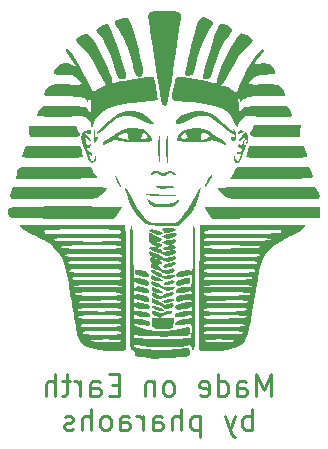
<source format=gbr>
%TF.GenerationSoftware,KiCad,Pcbnew,9.0.2*%
%TF.CreationDate,2025-11-11T23:34:30+02:00*%
%TF.ProjectId,Neon_2x1M_12V,4e656f6e-5f32-4783-914d-5f3132562e6b,REV1_1*%
%TF.SameCoordinates,Original*%
%TF.FileFunction,Legend,Bot*%
%TF.FilePolarity,Positive*%
%FSLAX46Y46*%
G04 Gerber Fmt 4.6, Leading zero omitted, Abs format (unit mm)*
G04 Created by KiCad (PCBNEW 9.0.2) date 2025-11-11 23:34:30*
%MOMM*%
%LPD*%
G01*
G04 APERTURE LIST*
%ADD10C,0.225000*%
%ADD11C,0.000000*%
G04 APERTURE END LIST*
D10*
X157014284Y-66472065D02*
X157014284Y-64672065D01*
X157014284Y-64672065D02*
X156414284Y-65957779D01*
X156414284Y-65957779D02*
X155814284Y-64672065D01*
X155814284Y-64672065D02*
X155814284Y-66472065D01*
X154185713Y-66472065D02*
X154185713Y-65529208D01*
X154185713Y-65529208D02*
X154271427Y-65357779D01*
X154271427Y-65357779D02*
X154442855Y-65272065D01*
X154442855Y-65272065D02*
X154785713Y-65272065D01*
X154785713Y-65272065D02*
X154957141Y-65357779D01*
X154185713Y-66386351D02*
X154357141Y-66472065D01*
X154357141Y-66472065D02*
X154785713Y-66472065D01*
X154785713Y-66472065D02*
X154957141Y-66386351D01*
X154957141Y-66386351D02*
X155042855Y-66214922D01*
X155042855Y-66214922D02*
X155042855Y-66043493D01*
X155042855Y-66043493D02*
X154957141Y-65872065D01*
X154957141Y-65872065D02*
X154785713Y-65786351D01*
X154785713Y-65786351D02*
X154357141Y-65786351D01*
X154357141Y-65786351D02*
X154185713Y-65700636D01*
X152557142Y-66472065D02*
X152557142Y-64672065D01*
X152557142Y-66386351D02*
X152728570Y-66472065D01*
X152728570Y-66472065D02*
X153071427Y-66472065D01*
X153071427Y-66472065D02*
X153242856Y-66386351D01*
X153242856Y-66386351D02*
X153328570Y-66300636D01*
X153328570Y-66300636D02*
X153414284Y-66129208D01*
X153414284Y-66129208D02*
X153414284Y-65614922D01*
X153414284Y-65614922D02*
X153328570Y-65443493D01*
X153328570Y-65443493D02*
X153242856Y-65357779D01*
X153242856Y-65357779D02*
X153071427Y-65272065D01*
X153071427Y-65272065D02*
X152728570Y-65272065D01*
X152728570Y-65272065D02*
X152557142Y-65357779D01*
X151014285Y-66386351D02*
X151185713Y-66472065D01*
X151185713Y-66472065D02*
X151528571Y-66472065D01*
X151528571Y-66472065D02*
X151699999Y-66386351D01*
X151699999Y-66386351D02*
X151785713Y-66214922D01*
X151785713Y-66214922D02*
X151785713Y-65529208D01*
X151785713Y-65529208D02*
X151699999Y-65357779D01*
X151699999Y-65357779D02*
X151528571Y-65272065D01*
X151528571Y-65272065D02*
X151185713Y-65272065D01*
X151185713Y-65272065D02*
X151014285Y-65357779D01*
X151014285Y-65357779D02*
X150928571Y-65529208D01*
X150928571Y-65529208D02*
X150928571Y-65700636D01*
X150928571Y-65700636D02*
X151785713Y-65872065D01*
X148528570Y-66472065D02*
X148699999Y-66386351D01*
X148699999Y-66386351D02*
X148785713Y-66300636D01*
X148785713Y-66300636D02*
X148871427Y-66129208D01*
X148871427Y-66129208D02*
X148871427Y-65614922D01*
X148871427Y-65614922D02*
X148785713Y-65443493D01*
X148785713Y-65443493D02*
X148699999Y-65357779D01*
X148699999Y-65357779D02*
X148528570Y-65272065D01*
X148528570Y-65272065D02*
X148271427Y-65272065D01*
X148271427Y-65272065D02*
X148099999Y-65357779D01*
X148099999Y-65357779D02*
X148014285Y-65443493D01*
X148014285Y-65443493D02*
X147928570Y-65614922D01*
X147928570Y-65614922D02*
X147928570Y-66129208D01*
X147928570Y-66129208D02*
X148014285Y-66300636D01*
X148014285Y-66300636D02*
X148099999Y-66386351D01*
X148099999Y-66386351D02*
X148271427Y-66472065D01*
X148271427Y-66472065D02*
X148528570Y-66472065D01*
X147157142Y-65272065D02*
X147157142Y-66472065D01*
X147157142Y-65443493D02*
X147071428Y-65357779D01*
X147071428Y-65357779D02*
X146899999Y-65272065D01*
X146899999Y-65272065D02*
X146642856Y-65272065D01*
X146642856Y-65272065D02*
X146471428Y-65357779D01*
X146471428Y-65357779D02*
X146385714Y-65529208D01*
X146385714Y-65529208D02*
X146385714Y-66472065D01*
X144157142Y-65529208D02*
X143557142Y-65529208D01*
X143299999Y-66472065D02*
X144157142Y-66472065D01*
X144157142Y-66472065D02*
X144157142Y-64672065D01*
X144157142Y-64672065D02*
X143299999Y-64672065D01*
X141757143Y-66472065D02*
X141757143Y-65529208D01*
X141757143Y-65529208D02*
X141842857Y-65357779D01*
X141842857Y-65357779D02*
X142014285Y-65272065D01*
X142014285Y-65272065D02*
X142357143Y-65272065D01*
X142357143Y-65272065D02*
X142528571Y-65357779D01*
X141757143Y-66386351D02*
X141928571Y-66472065D01*
X141928571Y-66472065D02*
X142357143Y-66472065D01*
X142357143Y-66472065D02*
X142528571Y-66386351D01*
X142528571Y-66386351D02*
X142614285Y-66214922D01*
X142614285Y-66214922D02*
X142614285Y-66043493D01*
X142614285Y-66043493D02*
X142528571Y-65872065D01*
X142528571Y-65872065D02*
X142357143Y-65786351D01*
X142357143Y-65786351D02*
X141928571Y-65786351D01*
X141928571Y-65786351D02*
X141757143Y-65700636D01*
X140900000Y-66472065D02*
X140900000Y-65272065D01*
X140900000Y-65614922D02*
X140814286Y-65443493D01*
X140814286Y-65443493D02*
X140728572Y-65357779D01*
X140728572Y-65357779D02*
X140557143Y-65272065D01*
X140557143Y-65272065D02*
X140385714Y-65272065D01*
X140042857Y-65272065D02*
X139357143Y-65272065D01*
X139785714Y-64672065D02*
X139785714Y-66214922D01*
X139785714Y-66214922D02*
X139700000Y-66386351D01*
X139700000Y-66386351D02*
X139528571Y-66472065D01*
X139528571Y-66472065D02*
X139357143Y-66472065D01*
X138757143Y-66472065D02*
X138757143Y-64672065D01*
X137985715Y-66472065D02*
X137985715Y-65529208D01*
X137985715Y-65529208D02*
X138071429Y-65357779D01*
X138071429Y-65357779D02*
X138242857Y-65272065D01*
X138242857Y-65272065D02*
X138500000Y-65272065D01*
X138500000Y-65272065D02*
X138671429Y-65357779D01*
X138671429Y-65357779D02*
X138757143Y-65443493D01*
X155428570Y-69369964D02*
X155428570Y-67569964D01*
X155428570Y-68255678D02*
X155257142Y-68169964D01*
X155257142Y-68169964D02*
X154914284Y-68169964D01*
X154914284Y-68169964D02*
X154742856Y-68255678D01*
X154742856Y-68255678D02*
X154657142Y-68341392D01*
X154657142Y-68341392D02*
X154571427Y-68512821D01*
X154571427Y-68512821D02*
X154571427Y-69027107D01*
X154571427Y-69027107D02*
X154657142Y-69198535D01*
X154657142Y-69198535D02*
X154742856Y-69284250D01*
X154742856Y-69284250D02*
X154914284Y-69369964D01*
X154914284Y-69369964D02*
X155257142Y-69369964D01*
X155257142Y-69369964D02*
X155428570Y-69284250D01*
X153971428Y-68169964D02*
X153542856Y-69369964D01*
X153114285Y-68169964D02*
X153542856Y-69369964D01*
X153542856Y-69369964D02*
X153714285Y-69798535D01*
X153714285Y-69798535D02*
X153799999Y-69884250D01*
X153799999Y-69884250D02*
X153971428Y-69969964D01*
X151057141Y-68169964D02*
X151057141Y-69969964D01*
X151057141Y-68255678D02*
X150885713Y-68169964D01*
X150885713Y-68169964D02*
X150542855Y-68169964D01*
X150542855Y-68169964D02*
X150371427Y-68255678D01*
X150371427Y-68255678D02*
X150285713Y-68341392D01*
X150285713Y-68341392D02*
X150199998Y-68512821D01*
X150199998Y-68512821D02*
X150199998Y-69027107D01*
X150199998Y-69027107D02*
X150285713Y-69198535D01*
X150285713Y-69198535D02*
X150371427Y-69284250D01*
X150371427Y-69284250D02*
X150542855Y-69369964D01*
X150542855Y-69369964D02*
X150885713Y-69369964D01*
X150885713Y-69369964D02*
X151057141Y-69284250D01*
X149428570Y-69369964D02*
X149428570Y-67569964D01*
X148657142Y-69369964D02*
X148657142Y-68427107D01*
X148657142Y-68427107D02*
X148742856Y-68255678D01*
X148742856Y-68255678D02*
X148914284Y-68169964D01*
X148914284Y-68169964D02*
X149171427Y-68169964D01*
X149171427Y-68169964D02*
X149342856Y-68255678D01*
X149342856Y-68255678D02*
X149428570Y-68341392D01*
X147028571Y-69369964D02*
X147028571Y-68427107D01*
X147028571Y-68427107D02*
X147114285Y-68255678D01*
X147114285Y-68255678D02*
X147285713Y-68169964D01*
X147285713Y-68169964D02*
X147628571Y-68169964D01*
X147628571Y-68169964D02*
X147799999Y-68255678D01*
X147028571Y-69284250D02*
X147199999Y-69369964D01*
X147199999Y-69369964D02*
X147628571Y-69369964D01*
X147628571Y-69369964D02*
X147799999Y-69284250D01*
X147799999Y-69284250D02*
X147885713Y-69112821D01*
X147885713Y-69112821D02*
X147885713Y-68941392D01*
X147885713Y-68941392D02*
X147799999Y-68769964D01*
X147799999Y-68769964D02*
X147628571Y-68684250D01*
X147628571Y-68684250D02*
X147199999Y-68684250D01*
X147199999Y-68684250D02*
X147028571Y-68598535D01*
X146171428Y-69369964D02*
X146171428Y-68169964D01*
X146171428Y-68512821D02*
X146085714Y-68341392D01*
X146085714Y-68341392D02*
X146000000Y-68255678D01*
X146000000Y-68255678D02*
X145828571Y-68169964D01*
X145828571Y-68169964D02*
X145657142Y-68169964D01*
X144285714Y-69369964D02*
X144285714Y-68427107D01*
X144285714Y-68427107D02*
X144371428Y-68255678D01*
X144371428Y-68255678D02*
X144542856Y-68169964D01*
X144542856Y-68169964D02*
X144885714Y-68169964D01*
X144885714Y-68169964D02*
X145057142Y-68255678D01*
X144285714Y-69284250D02*
X144457142Y-69369964D01*
X144457142Y-69369964D02*
X144885714Y-69369964D01*
X144885714Y-69369964D02*
X145057142Y-69284250D01*
X145057142Y-69284250D02*
X145142856Y-69112821D01*
X145142856Y-69112821D02*
X145142856Y-68941392D01*
X145142856Y-68941392D02*
X145057142Y-68769964D01*
X145057142Y-68769964D02*
X144885714Y-68684250D01*
X144885714Y-68684250D02*
X144457142Y-68684250D01*
X144457142Y-68684250D02*
X144285714Y-68598535D01*
X143171428Y-69369964D02*
X143342857Y-69284250D01*
X143342857Y-69284250D02*
X143428571Y-69198535D01*
X143428571Y-69198535D02*
X143514285Y-69027107D01*
X143514285Y-69027107D02*
X143514285Y-68512821D01*
X143514285Y-68512821D02*
X143428571Y-68341392D01*
X143428571Y-68341392D02*
X143342857Y-68255678D01*
X143342857Y-68255678D02*
X143171428Y-68169964D01*
X143171428Y-68169964D02*
X142914285Y-68169964D01*
X142914285Y-68169964D02*
X142742857Y-68255678D01*
X142742857Y-68255678D02*
X142657143Y-68341392D01*
X142657143Y-68341392D02*
X142571428Y-68512821D01*
X142571428Y-68512821D02*
X142571428Y-69027107D01*
X142571428Y-69027107D02*
X142657143Y-69198535D01*
X142657143Y-69198535D02*
X142742857Y-69284250D01*
X142742857Y-69284250D02*
X142914285Y-69369964D01*
X142914285Y-69369964D02*
X143171428Y-69369964D01*
X141800000Y-69369964D02*
X141800000Y-67569964D01*
X141028572Y-69369964D02*
X141028572Y-68427107D01*
X141028572Y-68427107D02*
X141114286Y-68255678D01*
X141114286Y-68255678D02*
X141285714Y-68169964D01*
X141285714Y-68169964D02*
X141542857Y-68169964D01*
X141542857Y-68169964D02*
X141714286Y-68255678D01*
X141714286Y-68255678D02*
X141800000Y-68341392D01*
X140257143Y-69284250D02*
X140085715Y-69369964D01*
X140085715Y-69369964D02*
X139742858Y-69369964D01*
X139742858Y-69369964D02*
X139571429Y-69284250D01*
X139571429Y-69284250D02*
X139485715Y-69112821D01*
X139485715Y-69112821D02*
X139485715Y-69027107D01*
X139485715Y-69027107D02*
X139571429Y-68855678D01*
X139571429Y-68855678D02*
X139742858Y-68769964D01*
X139742858Y-68769964D02*
X140000001Y-68769964D01*
X140000001Y-68769964D02*
X140171429Y-68684250D01*
X140171429Y-68684250D02*
X140257143Y-68512821D01*
X140257143Y-68512821D02*
X140257143Y-68427107D01*
X140257143Y-68427107D02*
X140171429Y-68255678D01*
X140171429Y-68255678D02*
X140000001Y-68169964D01*
X140000001Y-68169964D02*
X139742858Y-68169964D01*
X139742858Y-68169964D02*
X139571429Y-68255678D01*
D11*
%TO.C,G\u002A\u002A\u002A*%
G36*
X143864161Y-47777080D02*
G01*
X143986689Y-47939618D01*
X144123427Y-48182540D01*
X144284565Y-48528499D01*
X144348008Y-48726612D01*
X144319456Y-48765982D01*
X144204610Y-48635707D01*
X144030140Y-48360932D01*
X143882916Y-48073550D01*
X143803576Y-47845530D01*
X143800314Y-47763981D01*
X143864161Y-47777080D01*
G37*
G36*
X147213501Y-57334930D02*
G01*
X147459223Y-57434242D01*
X147762300Y-57586311D01*
X147896567Y-57711751D01*
X147854678Y-57794446D01*
X147634318Y-57818448D01*
X147359133Y-57767349D01*
X147179475Y-57700378D01*
X147002133Y-57548191D01*
X146949031Y-57405727D01*
X146963050Y-57305985D01*
X147035840Y-57281527D01*
X147213501Y-57334930D01*
G37*
G36*
X148791280Y-58324714D02*
G01*
X148792580Y-58340012D01*
X148707674Y-58449384D01*
X148529864Y-58544850D01*
X148296794Y-58622073D01*
X148129823Y-58621290D01*
X147927252Y-58552237D01*
X147819473Y-58492555D01*
X147867800Y-58433806D01*
X148070559Y-58354596D01*
X148433480Y-58256454D01*
X148685219Y-58246260D01*
X148791280Y-58324714D01*
G37*
G36*
X148863414Y-56743134D02*
G01*
X148894999Y-56797583D01*
X148805460Y-56934343D01*
X148587571Y-57041149D01*
X148317419Y-57100810D01*
X148071095Y-57096138D01*
X147928181Y-57016002D01*
X147973575Y-56929289D01*
X148154177Y-56829878D01*
X148404211Y-56744613D01*
X148657901Y-56700343D01*
X148705444Y-56698767D01*
X148863414Y-56743134D01*
G37*
G36*
X147130667Y-56327974D02*
G01*
X147385177Y-56423080D01*
X147639523Y-56542083D01*
X147822742Y-56652660D01*
X147870806Y-56709888D01*
X147784370Y-56776895D01*
X147573182Y-56790600D01*
X147309421Y-56754068D01*
X147077056Y-56676184D01*
X146914450Y-56547328D01*
X146844525Y-56399719D01*
X146889794Y-56300340D01*
X146946959Y-56289090D01*
X147130667Y-56327974D01*
G37*
G36*
X147253022Y-58883251D02*
G01*
X147496001Y-58964851D01*
X147745096Y-59065222D01*
X147926314Y-59155213D01*
X147973225Y-59197470D01*
X147886773Y-59268322D01*
X147676898Y-59285141D01*
X147417822Y-59247704D01*
X147270812Y-59199599D01*
X147047936Y-59070788D01*
X146950868Y-58945284D01*
X146999984Y-58862569D01*
X147090153Y-58849574D01*
X147253022Y-58883251D01*
G37*
G36*
X152020548Y-47920255D02*
G01*
X151912851Y-48178182D01*
X151818602Y-48352892D01*
X151617321Y-48673522D01*
X151497033Y-48809423D01*
X151455536Y-48763047D01*
X151455483Y-48757862D01*
X151498796Y-48612264D01*
X151607197Y-48386687D01*
X151748383Y-48135713D01*
X151890049Y-47913924D01*
X151999890Y-47775903D01*
X152043716Y-47763981D01*
X152020548Y-47920255D01*
G37*
G36*
X148971246Y-55204583D02*
G01*
X148980074Y-55317604D01*
X148842003Y-55439870D01*
X148612426Y-55548412D01*
X148346734Y-55620259D01*
X148100317Y-55632441D01*
X147998830Y-55607836D01*
X147880393Y-55507049D01*
X147870806Y-55471415D01*
X147960454Y-55401566D01*
X148182081Y-55321216D01*
X148464709Y-55247578D01*
X148737360Y-55197861D01*
X148929058Y-55189276D01*
X148971246Y-55204583D01*
G37*
G36*
X142179796Y-43996446D02*
G01*
X142173946Y-44203434D01*
X142164278Y-44269690D01*
X142136838Y-44512422D01*
X142173336Y-44599959D01*
X142272764Y-44582457D01*
X142415843Y-44570049D01*
X142422378Y-44673483D01*
X142295854Y-44859105D01*
X142237741Y-44920541D01*
X142032902Y-45125380D01*
X142032902Y-44568118D01*
X142049274Y-44248208D01*
X142091371Y-44019861D01*
X142129255Y-43951307D01*
X142179796Y-43996446D01*
G37*
G36*
X147243246Y-52427987D02*
G01*
X147524421Y-52503965D01*
X147756829Y-52600312D01*
X147868816Y-52692251D01*
X147870806Y-52703474D01*
X147793366Y-52792994D01*
X147639563Y-52880268D01*
X147529566Y-52899298D01*
X147433688Y-52858156D01*
X147215081Y-52767463D01*
X147128265Y-52731771D01*
X146854554Y-52592652D01*
X146754290Y-52480190D01*
X146834598Y-52411021D01*
X146984958Y-52397154D01*
X147243246Y-52427987D01*
G37*
G36*
X148772123Y-52313171D02*
G01*
X148988333Y-52363262D01*
X149018424Y-52437184D01*
X148855334Y-52527113D01*
X148643535Y-52590155D01*
X148351463Y-52663473D01*
X148190406Y-52689891D01*
X148091343Y-52666599D01*
X147985254Y-52590790D01*
X147947620Y-52561840D01*
X147803416Y-52429502D01*
X147808399Y-52348270D01*
X147980380Y-52307063D01*
X148337168Y-52294798D01*
X148376858Y-52294735D01*
X148772123Y-52313171D01*
G37*
G36*
X148792580Y-60299347D02*
G01*
X148768069Y-60564164D01*
X148707604Y-60729232D01*
X148692600Y-60742824D01*
X148477949Y-60807576D01*
X148140715Y-60843720D01*
X147761502Y-60848613D01*
X147420914Y-60819612D01*
X147281894Y-60789070D01*
X147060359Y-60697201D01*
X146967338Y-60554973D01*
X146949031Y-60302463D01*
X146949031Y-59917661D01*
X147870806Y-59917661D01*
X148792580Y-59917661D01*
X148792580Y-60299347D01*
G37*
G36*
X149097708Y-52792831D02*
G01*
X149099838Y-52812058D01*
X149013776Y-52913343D01*
X148804543Y-53037105D01*
X148545566Y-53148311D01*
X148310275Y-53211925D01*
X148252138Y-53216509D01*
X148063419Y-53159676D01*
X147926515Y-53078835D01*
X147832163Y-52991573D01*
X147865056Y-52928491D01*
X148054761Y-52862726D01*
X148208341Y-52822787D01*
X148679918Y-52726053D01*
X148978277Y-52716045D01*
X149097708Y-52792831D01*
G37*
G36*
X159526619Y-44075582D02*
G01*
X159495402Y-44562074D01*
X157805483Y-44570966D01*
X157200919Y-44571560D01*
X156635045Y-44567394D01*
X156154232Y-44559156D01*
X155804853Y-44547533D01*
X155680281Y-44539473D01*
X155397381Y-44499423D01*
X155273940Y-44417006D01*
X155289310Y-44245966D01*
X155417598Y-43951032D01*
X155590196Y-43589090D01*
X157574016Y-43589090D01*
X159557835Y-43589090D01*
X159526619Y-44075582D01*
G37*
G36*
X145847527Y-55828603D02*
G01*
X145899233Y-55837896D01*
X146354155Y-55941427D01*
X146623644Y-56056034D01*
X146727098Y-56191511D01*
X146726040Y-56255296D01*
X146675485Y-56385525D01*
X146559250Y-56441026D01*
X146331599Y-56428894D01*
X146001652Y-56367673D01*
X145704494Y-56291882D01*
X145559752Y-56201633D01*
X145516234Y-56060058D01*
X145515161Y-56017321D01*
X145532703Y-55858147D01*
X145624105Y-55804297D01*
X145847527Y-55828603D01*
G37*
G36*
X148343704Y-48744906D02*
G01*
X148650438Y-48763396D01*
X148819464Y-48790356D01*
X148836294Y-48800348D01*
X148778915Y-48851394D01*
X148603566Y-48879382D01*
X148282625Y-48914855D01*
X148075644Y-48951905D01*
X147805820Y-48954518D01*
X147490638Y-48884866D01*
X147461128Y-48874287D01*
X147297711Y-48808867D01*
X147251059Y-48768959D01*
X147344202Y-48748160D01*
X147600167Y-48740070D01*
X147949904Y-48738425D01*
X148343704Y-48744906D01*
G37*
G36*
X147589152Y-44372948D02*
G01*
X147620309Y-44488610D01*
X147645392Y-44765129D01*
X147661498Y-45158547D01*
X147665967Y-45535057D01*
X147659326Y-45991187D01*
X147641340Y-46366199D01*
X147614914Y-46616151D01*
X147589152Y-46696868D01*
X147559397Y-46620223D01*
X147535008Y-46376601D01*
X147518488Y-46003847D01*
X147512339Y-45539804D01*
X147512338Y-45534759D01*
X147518369Y-45070018D01*
X147534795Y-44696218D01*
X147559116Y-44451187D01*
X147588829Y-44372758D01*
X147589152Y-44372948D01*
G37*
G36*
X150195858Y-56545093D02*
G01*
X150224815Y-56652426D01*
X150226451Y-56738578D01*
X150190103Y-56909447D01*
X150044036Y-57004664D01*
X149842378Y-57051297D01*
X149545650Y-57108566D01*
X149319046Y-57160210D01*
X149297268Y-57166241D01*
X149118366Y-57170768D01*
X149066825Y-57143711D01*
X149006273Y-56991231D01*
X148997419Y-56895023D01*
X149059174Y-56767568D01*
X149267431Y-56667732D01*
X149514557Y-56604835D01*
X149883944Y-56529417D01*
X150096639Y-56506796D01*
X150195858Y-56545093D01*
G37*
G36*
X155339547Y-50471588D02*
G01*
X156316894Y-50475641D01*
X156346007Y-50475798D01*
X161236531Y-50502396D01*
X161236531Y-50963283D01*
X161236531Y-51424170D01*
X156672097Y-51450816D01*
X152107662Y-51477462D01*
X151896790Y-51245978D01*
X151706703Y-51003514D01*
X151545718Y-50743017D01*
X151459835Y-50541392D01*
X151455483Y-50508136D01*
X151554592Y-50496878D01*
X151838691Y-50487413D01*
X152287936Y-50479873D01*
X152882487Y-50474389D01*
X153602501Y-50471093D01*
X154428135Y-50470116D01*
X155339547Y-50471588D01*
G37*
G36*
X160422403Y-47426526D02*
G01*
X160499203Y-47603731D01*
X160553925Y-47746643D01*
X160568201Y-47858934D01*
X160523664Y-47944275D01*
X160401946Y-48006340D01*
X160184679Y-48048799D01*
X159853496Y-48075325D01*
X159390029Y-48089591D01*
X158775910Y-48095268D01*
X157992772Y-48096028D01*
X157076055Y-48095541D01*
X153581305Y-48095541D01*
X153749702Y-47865098D01*
X153919067Y-47585909D01*
X154028262Y-47353001D01*
X154138425Y-47071348D01*
X157206212Y-47071348D01*
X160274000Y-47071348D01*
X160422403Y-47426526D01*
G37*
G36*
X140734008Y-44039137D02*
G01*
X140843251Y-44304779D01*
X140851417Y-44451917D01*
X140786024Y-44524061D01*
X140638884Y-44553492D01*
X140326693Y-44576626D01*
X139889139Y-44593458D01*
X139365905Y-44603985D01*
X138796678Y-44608202D01*
X138221145Y-44606106D01*
X137678991Y-44597693D01*
X137209902Y-44582959D01*
X136853563Y-44561899D01*
X136649661Y-44534511D01*
X136623194Y-44524476D01*
X136532366Y-44354800D01*
X136520775Y-44039552D01*
X136553467Y-43640299D01*
X138549838Y-43640299D01*
X140546210Y-43640299D01*
X140734008Y-44039137D01*
G37*
G36*
X146381411Y-49364421D02*
G01*
X146553743Y-49391645D01*
X146887203Y-49416006D01*
X147338083Y-49435252D01*
X147862672Y-49447131D01*
X148020121Y-49448858D01*
X148564338Y-49455742D01*
X148915112Y-49466433D01*
X149083821Y-49482068D01*
X149081842Y-49503782D01*
X148920554Y-49532712D01*
X148894999Y-49536193D01*
X148273435Y-49595214D01*
X147655801Y-49596620D01*
X146942496Y-49540574D01*
X146931388Y-49539385D01*
X146599275Y-49490029D01*
X146352303Y-49428132D01*
X146265662Y-49384496D01*
X146269457Y-49337405D01*
X146381411Y-49364421D01*
G37*
G36*
X148284525Y-44449657D02*
G01*
X148308857Y-44693427D01*
X148325402Y-45066620D01*
X148331688Y-45531536D01*
X148331693Y-45544571D01*
X148330542Y-46017007D01*
X148327407Y-46404203D01*
X148322766Y-46666408D01*
X148317097Y-46763867D01*
X148317046Y-46763875D01*
X148273868Y-46684380D01*
X148240231Y-46602084D01*
X148209585Y-46423913D01*
X148189709Y-46112801D01*
X148180260Y-45721259D01*
X148180892Y-45301796D01*
X148191260Y-44906921D01*
X148211019Y-44589146D01*
X148239823Y-44400979D01*
X148254878Y-44373008D01*
X148284525Y-44449657D01*
G37*
G36*
X147201737Y-56842264D02*
G01*
X147465498Y-56942635D01*
X147707029Y-57068007D01*
X147854345Y-57184090D01*
X147870806Y-57221849D01*
X147966581Y-57283797D01*
X148254480Y-57277749D01*
X148382902Y-57262074D01*
X148713330Y-57242125D01*
X148883867Y-57286107D01*
X148880086Y-57382422D01*
X148696894Y-57514518D01*
X148349677Y-57614742D01*
X148041603Y-57546451D01*
X147936647Y-57466912D01*
X147745747Y-57339933D01*
X147637356Y-57313283D01*
X147376512Y-57272046D01*
X147109341Y-57171130D01*
X146909221Y-57044730D01*
X146846612Y-56944796D01*
X146926625Y-56815437D01*
X146987733Y-56801186D01*
X147201737Y-56842264D01*
G37*
G36*
X146704288Y-49891886D02*
G01*
X146907568Y-50027368D01*
X146942768Y-50053073D01*
X147283781Y-50203971D01*
X147738457Y-50272985D01*
X148232705Y-50260133D01*
X148692436Y-50165433D01*
X148950408Y-50052602D01*
X149199368Y-49928752D01*
X149293364Y-49934080D01*
X149227883Y-50058748D01*
X149042147Y-50252436D01*
X148862147Y-50389180D01*
X148642756Y-50470301D01*
X148320851Y-50513236D01*
X148043558Y-50528268D01*
X147536128Y-50523633D01*
X147180517Y-50466651D01*
X147076173Y-50423436D01*
X146906470Y-50293815D01*
X146735657Y-50119391D01*
X146607977Y-49953438D01*
X146567671Y-49849232D01*
X146588903Y-49836670D01*
X146704288Y-49891886D01*
G37*
G36*
X146964249Y-55798784D02*
G01*
X147146506Y-55865406D01*
X147422523Y-55964928D01*
X147489422Y-55988905D01*
X147754701Y-56120368D01*
X147827012Y-56252446D01*
X147822930Y-56266125D01*
X147837939Y-56363280D01*
X147948265Y-56352457D01*
X148391379Y-56244869D01*
X148709231Y-56214842D01*
X148876059Y-56263487D01*
X148894999Y-56311717D01*
X148806847Y-56437835D01*
X148591657Y-56548996D01*
X148562136Y-56558337D01*
X148338713Y-56598613D01*
X148095867Y-56572155D01*
X147768015Y-56467749D01*
X147563548Y-56387607D01*
X147155003Y-56196077D01*
X146916223Y-56024118D01*
X146861829Y-55932603D01*
X146881107Y-55796898D01*
X146964249Y-55798784D01*
G37*
G36*
X141003324Y-45714291D02*
G01*
X141073034Y-45995987D01*
X141109178Y-46201880D01*
X141110557Y-46226388D01*
X141065208Y-46267801D01*
X140916266Y-46299911D01*
X140645008Y-46323655D01*
X140232714Y-46339969D01*
X139660660Y-46349790D01*
X138910125Y-46354053D01*
X138550644Y-46354412D01*
X137752528Y-46353095D01*
X137136546Y-46348218D01*
X136680005Y-46338389D01*
X136360211Y-46322217D01*
X136154471Y-46298312D01*
X136040091Y-46265284D01*
X135994379Y-46221741D01*
X135990161Y-46197494D01*
X136028041Y-46002392D01*
X136120985Y-45728571D01*
X136138563Y-45685397D01*
X136286966Y-45330219D01*
X138591814Y-45330219D01*
X140896661Y-45330219D01*
X141003324Y-45714291D01*
G37*
G36*
X148674249Y-59319026D02*
G01*
X148690161Y-59399479D01*
X148603850Y-59543003D01*
X148485322Y-59581872D01*
X148248920Y-59599910D01*
X148152459Y-59607477D01*
X147971634Y-59681888D01*
X147889095Y-59745743D01*
X147770169Y-59840350D01*
X147646678Y-59856561D01*
X147447264Y-59791476D01*
X147281894Y-59721073D01*
X147060952Y-59602140D01*
X146951575Y-59498359D01*
X146949031Y-59486104D01*
X147007343Y-59344680D01*
X147194044Y-59335625D01*
X147441040Y-59419283D01*
X147728099Y-59507054D01*
X147869018Y-59466746D01*
X147871601Y-59462803D01*
X148009215Y-59376270D01*
X148261684Y-59302920D01*
X148314375Y-59293431D01*
X148566977Y-59269667D01*
X148674249Y-59319026D01*
G37*
G36*
X148758206Y-57711995D02*
G01*
X148792580Y-57785749D01*
X148707083Y-57924116D01*
X148506818Y-58063769D01*
X148276125Y-58157879D01*
X148110635Y-58164389D01*
X147955289Y-58195394D01*
X147925357Y-58229651D01*
X147752175Y-58320316D01*
X147434437Y-58275161D01*
X147230685Y-58204391D01*
X147019783Y-58062132D01*
X146949031Y-57908028D01*
X146960437Y-57777120D01*
X147023820Y-57737389D01*
X147182932Y-57790522D01*
X147461128Y-57927799D01*
X147754195Y-58071547D01*
X147902251Y-58121607D01*
X147939645Y-58083233D01*
X147914815Y-57997177D01*
X147963284Y-57885746D01*
X148205509Y-57786088D01*
X148327707Y-57755337D01*
X148618109Y-57700495D01*
X148758206Y-57711995D01*
G37*
G36*
X159946270Y-45652760D02*
G01*
X160021711Y-45864524D01*
X160068470Y-46028865D01*
X160065558Y-46151774D01*
X159991982Y-46239239D01*
X159826749Y-46297252D01*
X159548869Y-46331802D01*
X159137348Y-46348878D01*
X158571196Y-46354470D01*
X157829420Y-46354569D01*
X157487267Y-46354412D01*
X156685273Y-46352965D01*
X156066563Y-46347789D01*
X155609599Y-46337630D01*
X155292842Y-46321235D01*
X155094752Y-46297351D01*
X154993792Y-46264724D01*
X154968422Y-46222101D01*
X154971988Y-46208056D01*
X155028264Y-46011704D01*
X155090692Y-45727761D01*
X155096763Y-45695960D01*
X155165377Y-45330219D01*
X157499604Y-45330219D01*
X159833832Y-45330219D01*
X159946270Y-45652760D01*
G37*
G36*
X147136607Y-58279237D02*
G01*
X147369035Y-58388142D01*
X147628948Y-58526324D01*
X147850507Y-58658335D01*
X147967874Y-58748724D01*
X147973225Y-58760413D01*
X148058578Y-58785900D01*
X148267811Y-58750309D01*
X148305412Y-58740005D01*
X148595190Y-58664668D01*
X148739851Y-58660021D01*
X148788689Y-58732227D01*
X148792580Y-58800899D01*
X148706818Y-58948679D01*
X148529864Y-59056947D01*
X148263414Y-59141896D01*
X148098146Y-59131697D01*
X147954936Y-59025113D01*
X147775710Y-58915144D01*
X147490453Y-58798851D01*
X147384314Y-58764953D01*
X147088874Y-58648540D01*
X146961392Y-58511922D01*
X146949031Y-58435785D01*
X146969794Y-58271332D01*
X146997501Y-58235057D01*
X147136607Y-58279237D01*
G37*
G36*
X138817859Y-47071348D02*
G01*
X141825315Y-47071348D01*
X141969868Y-47417312D01*
X142095189Y-47665881D01*
X142213350Y-47822718D01*
X142227291Y-47833034D01*
X142314350Y-47901585D01*
X142321234Y-47957395D01*
X142232193Y-48001703D01*
X142031475Y-48035751D01*
X141703328Y-48060780D01*
X141232002Y-48078031D01*
X140601745Y-48088746D01*
X139796807Y-48094166D01*
X138895711Y-48095541D01*
X135451262Y-48095541D01*
X135510916Y-47727935D01*
X135540744Y-47544753D01*
X135578721Y-47399223D01*
X135646634Y-47287019D01*
X135766269Y-47203814D01*
X135959413Y-47145283D01*
X136247851Y-47107101D01*
X136653369Y-47084943D01*
X137197756Y-47074481D01*
X137902795Y-47071391D01*
X138790275Y-47071347D01*
X138817859Y-47071348D01*
G37*
G36*
X146090910Y-42576086D02*
G01*
X146701246Y-42964826D01*
X146834730Y-43080785D01*
X147063794Y-43322825D01*
X147123558Y-43466813D01*
X147025572Y-43510881D01*
X146781388Y-43453162D01*
X146402555Y-43291791D01*
X146191117Y-43184800D01*
X145564692Y-42900683D01*
X145020376Y-42768923D01*
X144520023Y-42795712D01*
X144025491Y-42987243D01*
X143498636Y-43349708D01*
X143116397Y-43683981D01*
X142729056Y-44028362D01*
X142468784Y-44228839D01*
X142342092Y-44288703D01*
X142355489Y-44211245D01*
X142515485Y-43999758D01*
X142828590Y-43657532D01*
X142906214Y-43577707D01*
X143315719Y-43192466D01*
X143726215Y-42861890D01*
X144077883Y-42633393D01*
X144132499Y-42605723D01*
X144793548Y-42394252D01*
X145450681Y-42385134D01*
X146090910Y-42576086D01*
G37*
G36*
X160971067Y-49058502D02*
G01*
X161140786Y-49332538D01*
X161168154Y-49544994D01*
X161134112Y-49785461D01*
X157344596Y-49811388D01*
X156359777Y-49817622D01*
X155558650Y-49820910D01*
X154920078Y-49820376D01*
X154422924Y-49815142D01*
X154046052Y-49804333D01*
X153768323Y-49787072D01*
X153568603Y-49762482D01*
X153425754Y-49729687D01*
X153318640Y-49687811D01*
X153234171Y-49640929D01*
X152968069Y-49437181D01*
X152738823Y-49193488D01*
X152600416Y-48971843D01*
X152582096Y-48892107D01*
X152680893Y-48874703D01*
X152962799Y-48858612D01*
X153406087Y-48844258D01*
X153989029Y-48832065D01*
X154689896Y-48822458D01*
X155486962Y-48815860D01*
X156358499Y-48812695D01*
X156661017Y-48812477D01*
X160739938Y-48812477D01*
X160971067Y-49058502D01*
G37*
G36*
X147602381Y-47483559D02*
G01*
X147687031Y-47551297D01*
X147833839Y-47661070D01*
X147969565Y-47658363D01*
X148174582Y-47550583D01*
X148423638Y-47439078D01*
X148637147Y-47457119D01*
X148733738Y-47496183D01*
X148951154Y-47626262D01*
X148984174Y-47747988D01*
X148930731Y-47820831D01*
X148826740Y-47806604D01*
X148744073Y-47723450D01*
X148646625Y-47625020D01*
X148521567Y-47626157D01*
X148296229Y-47728947D01*
X148281105Y-47736752D01*
X148038917Y-47846009D01*
X147869376Y-47851602D01*
X147669641Y-47755516D01*
X147658211Y-47748784D01*
X147428862Y-47622129D01*
X147295163Y-47599280D01*
X147177643Y-47677778D01*
X147122169Y-47732196D01*
X146976368Y-47826083D01*
X146910015Y-47817546D01*
X146852629Y-47688271D01*
X146974461Y-47572347D01*
X147170783Y-47490476D01*
X147425240Y-47429880D01*
X147602381Y-47483559D01*
G37*
G36*
X144942300Y-34484095D02*
G01*
X144950481Y-34489464D01*
X145044711Y-34656898D01*
X145173444Y-34987482D01*
X145326555Y-35444447D01*
X145493920Y-35991024D01*
X145665415Y-36590443D01*
X145830915Y-37205937D01*
X145980295Y-37800736D01*
X146103431Y-38338071D01*
X146190198Y-38781175D01*
X146230473Y-39093277D01*
X146232096Y-39143860D01*
X146149768Y-39367610D01*
X145949257Y-39477268D01*
X145700274Y-39440317D01*
X145653074Y-39413933D01*
X145578255Y-39286137D01*
X145477783Y-39007700D01*
X145368558Y-38628353D01*
X145320182Y-38434307D01*
X144981544Y-37254648D01*
X144561237Y-36237517D01*
X144156736Y-35518447D01*
X143953504Y-35171390D01*
X143840829Y-34913777D01*
X143834828Y-34782564D01*
X143835481Y-34781896D01*
X143985619Y-34700261D01*
X144243755Y-34610680D01*
X144537503Y-34532135D01*
X144794480Y-34483612D01*
X144942300Y-34484095D01*
G37*
G36*
X140061604Y-48813991D02*
G01*
X140874087Y-48818310D01*
X141597046Y-48825094D01*
X142208480Y-48834008D01*
X142686387Y-48844714D01*
X143008766Y-48856874D01*
X143153613Y-48870150D01*
X143159515Y-48873481D01*
X143083529Y-49053630D01*
X142893431Y-49286839D01*
X142646010Y-49513242D01*
X142403513Y-49670414D01*
X142283831Y-49716151D01*
X142123353Y-49752847D01*
X141900199Y-49781454D01*
X141592490Y-49802921D01*
X141178346Y-49818200D01*
X140635888Y-49828241D01*
X139943235Y-49833996D01*
X139078509Y-49836415D01*
X138577841Y-49836670D01*
X137753617Y-49834727D01*
X136995229Y-49829207D01*
X136326837Y-49820576D01*
X135772601Y-49809299D01*
X135356680Y-49795843D01*
X135103233Y-49780672D01*
X135034247Y-49768391D01*
X134969502Y-49574616D01*
X135009889Y-49277514D01*
X135084826Y-49073344D01*
X135203685Y-48812477D01*
X139181600Y-48812477D01*
X140061604Y-48813991D01*
G37*
G36*
X143290833Y-35078887D02*
G01*
X143429364Y-35335695D01*
X143600487Y-35722897D01*
X143792745Y-36207101D01*
X143994685Y-36754915D01*
X144194852Y-37332949D01*
X144381791Y-37907809D01*
X144544049Y-38446105D01*
X144670169Y-38914446D01*
X144748699Y-39279439D01*
X144768183Y-39507693D01*
X144760452Y-39545443D01*
X144624793Y-39657277D01*
X144414038Y-39697154D01*
X144290800Y-39687810D01*
X144193530Y-39638430D01*
X144104068Y-39516994D01*
X144004255Y-39291482D01*
X143875934Y-38929874D01*
X143731585Y-38493727D01*
X143407136Y-37570798D01*
X143101794Y-36843443D01*
X142811759Y-36303679D01*
X142533232Y-35943525D01*
X142504055Y-35915390D01*
X142325080Y-35713615D01*
X142239079Y-35548048D01*
X142237741Y-35533399D01*
X142322543Y-35413769D01*
X142532103Y-35261253D01*
X142799152Y-35114274D01*
X143056423Y-35011254D01*
X143196347Y-34985864D01*
X143290833Y-35078887D01*
G37*
G36*
X151631860Y-34531099D02*
G01*
X151705442Y-34562941D01*
X151974309Y-34701372D01*
X152143101Y-34825785D01*
X152172419Y-34875697D01*
X152121165Y-35012868D01*
X151987886Y-35262740D01*
X151832175Y-35521577D01*
X151315666Y-36504486D01*
X150891535Y-37667196D01*
X150702120Y-38365703D01*
X150591054Y-38812123D01*
X150506081Y-39097211D01*
X150426320Y-39259014D01*
X150330890Y-39335578D01*
X150198912Y-39364950D01*
X150150924Y-39370064D01*
X149914678Y-39367887D01*
X149784985Y-39318869D01*
X149784401Y-39317956D01*
X149790795Y-39195461D01*
X149840631Y-38910533D01*
X149925433Y-38498891D01*
X150036722Y-37996250D01*
X150166021Y-37438330D01*
X150304851Y-36860846D01*
X150444736Y-36299515D01*
X150577196Y-35790056D01*
X150693755Y-35368185D01*
X150785934Y-35069619D01*
X150806244Y-35012922D01*
X150963974Y-34651536D01*
X151122922Y-34466399D01*
X151329935Y-34434067D01*
X151631860Y-34531099D01*
G37*
G36*
X153015957Y-35029090D02*
G01*
X153300828Y-35127846D01*
X153573182Y-35267435D01*
X153751884Y-35411049D01*
X153775619Y-35450733D01*
X153744124Y-35615372D01*
X153587808Y-35863358D01*
X153469698Y-36004685D01*
X153248285Y-36265377D01*
X153064477Y-36527856D01*
X152899407Y-36831289D01*
X152734210Y-37214839D01*
X152550017Y-37717672D01*
X152332310Y-38365703D01*
X152158161Y-38888077D01*
X152028139Y-39246754D01*
X151925268Y-39473550D01*
X151832573Y-39600280D01*
X151733080Y-39658762D01*
X151631930Y-39678408D01*
X151383681Y-39651139D01*
X151293014Y-39557420D01*
X151299492Y-39404400D01*
X151359475Y-39094153D01*
X151462460Y-38664031D01*
X151597947Y-38151391D01*
X151755435Y-37593585D01*
X151924421Y-37027968D01*
X152094406Y-36491895D01*
X152254888Y-36022719D01*
X152376645Y-35702799D01*
X152532479Y-35367533D01*
X152682914Y-35118887D01*
X152796343Y-35008774D01*
X152799703Y-35007977D01*
X153015957Y-35029090D01*
G37*
G36*
X140655913Y-50452410D02*
G01*
X141548303Y-50455913D01*
X142354652Y-50461446D01*
X143054697Y-50468759D01*
X143628178Y-50477600D01*
X144054834Y-50487721D01*
X144314402Y-50498870D01*
X144388548Y-50509129D01*
X144329877Y-50681715D01*
X144184614Y-50933253D01*
X143998885Y-51186669D01*
X143948218Y-51244936D01*
X143738325Y-51475380D01*
X139311894Y-51475380D01*
X138235067Y-51474747D01*
X137345275Y-51472418D01*
X136624719Y-51467751D01*
X136055599Y-51460104D01*
X135620114Y-51448835D01*
X135300464Y-51433300D01*
X135078849Y-51412858D01*
X134937470Y-51386865D01*
X134858525Y-51354680D01*
X134824214Y-51315660D01*
X134823296Y-51313374D01*
X134763470Y-50996036D01*
X134806618Y-50703132D01*
X134884031Y-50574090D01*
X134969515Y-50543139D01*
X135167288Y-50517300D01*
X135490181Y-50496244D01*
X135951025Y-50479644D01*
X136562649Y-50467172D01*
X137337885Y-50458500D01*
X138289562Y-50453302D01*
X139430512Y-50451249D01*
X139697741Y-50451186D01*
X140655913Y-50452410D01*
G37*
G36*
X148052908Y-33881736D02*
G01*
X148567204Y-33897778D01*
X148915174Y-33920692D01*
X149135329Y-33957378D01*
X149266183Y-34014738D01*
X149346246Y-34099674D01*
X149356305Y-34115299D01*
X149392710Y-34213426D01*
X149406748Y-34373555D01*
X149395972Y-34619989D01*
X149357933Y-34977026D01*
X149290182Y-35468968D01*
X149190272Y-36120115D01*
X149093687Y-36721875D01*
X148969740Y-37494461D01*
X148845192Y-38287321D01*
X148727946Y-39048954D01*
X148625902Y-39727856D01*
X148546963Y-40272523D01*
X148528021Y-40408972D01*
X148436716Y-41033074D01*
X148353725Y-41475433D01*
X148269212Y-41758338D01*
X148173339Y-41904079D01*
X148056268Y-41934947D01*
X147908164Y-41873230D01*
X147887457Y-41860419D01*
X147830721Y-41739509D01*
X147752652Y-41433644D01*
X147652809Y-40940238D01*
X147530751Y-40256707D01*
X147386040Y-39380464D01*
X147218234Y-38308924D01*
X147026894Y-37039503D01*
X146811579Y-35569614D01*
X146783284Y-35373914D01*
X146700542Y-34787121D01*
X146666511Y-34374229D01*
X146706359Y-34105662D01*
X146845254Y-33951839D01*
X147108361Y-33883183D01*
X147520849Y-33870115D01*
X148052908Y-33881736D01*
G37*
G36*
X151601792Y-42460514D02*
G01*
X152044869Y-42654223D01*
X152524989Y-42980458D01*
X153082160Y-43456764D01*
X153088554Y-43462616D01*
X153419369Y-43756364D01*
X153679940Y-43969839D01*
X153844026Y-44082858D01*
X153885518Y-44075582D01*
X153867761Y-43928365D01*
X153905804Y-43896348D01*
X154015096Y-43985923D01*
X154089140Y-44206456D01*
X154118183Y-44485659D01*
X154092470Y-44751244D01*
X154039355Y-44886206D01*
X153932452Y-44950292D01*
X153784875Y-44874915D01*
X153631851Y-44713761D01*
X153629829Y-44598150D01*
X153774541Y-44575431D01*
X153811128Y-44583607D01*
X153978954Y-44576779D01*
X154015967Y-44471600D01*
X153932341Y-44331928D01*
X153835979Y-44306025D01*
X153678194Y-44241776D01*
X153419512Y-44071206D01*
X153108951Y-43827581D01*
X153024617Y-43755384D01*
X152569760Y-43364977D01*
X152227628Y-43093079D01*
X151960991Y-42918655D01*
X151732620Y-42820668D01*
X151505287Y-42778085D01*
X151280171Y-42769735D01*
X150890065Y-42809547D01*
X150468467Y-42942861D01*
X150066950Y-43127887D01*
X149585484Y-43353022D01*
X149256784Y-43463367D01*
X149065936Y-43461781D01*
X148998025Y-43351126D01*
X148997419Y-43333041D01*
X149093996Y-43077872D01*
X149360544Y-42836027D01*
X149762283Y-42626933D01*
X150264437Y-42470019D01*
X150666727Y-42400483D01*
X151155747Y-42381782D01*
X151601792Y-42460514D01*
G37*
G36*
X151144906Y-48712116D02*
G01*
X151117907Y-48879047D01*
X151038908Y-49181169D01*
X150925900Y-49561163D01*
X150796874Y-49961711D01*
X150669823Y-50325493D01*
X150562738Y-50595192D01*
X150536370Y-50650808D01*
X150360531Y-50913913D01*
X150085714Y-51238490D01*
X149770660Y-51555305D01*
X149763233Y-51562109D01*
X149185750Y-52089896D01*
X147990576Y-52089513D01*
X147440797Y-52083523D01*
X147051874Y-52062304D01*
X146780054Y-52020364D01*
X146581585Y-51952214D01*
X146486467Y-51900731D01*
X146041811Y-51552813D01*
X145620201Y-51089020D01*
X145274161Y-50576741D01*
X145056215Y-50083367D01*
X145048251Y-50055447D01*
X144943432Y-49693961D01*
X144843382Y-49381301D01*
X144792733Y-49242940D01*
X144698285Y-48955636D01*
X144705176Y-48839882D01*
X144791046Y-48903958D01*
X144933534Y-49156141D01*
X144947192Y-49185751D01*
X145150985Y-49588191D01*
X145420256Y-50057163D01*
X145722562Y-50542350D01*
X146025459Y-50993436D01*
X146296505Y-51360106D01*
X146492134Y-51581791D01*
X146633718Y-51698040D01*
X146793230Y-51774234D01*
X147018542Y-51820687D01*
X147357522Y-51847715D01*
X147801983Y-51864031D01*
X148300060Y-51872724D01*
X148644254Y-51860280D01*
X148884984Y-51820352D01*
X149072672Y-51746596D01*
X149166867Y-51692254D01*
X149404103Y-51481270D01*
X149702506Y-51120262D01*
X150037248Y-50645118D01*
X150383500Y-50091727D01*
X150716435Y-49495978D01*
X150804846Y-49324574D01*
X150967357Y-49010730D01*
X151087812Y-48792245D01*
X151143521Y-48709981D01*
X151144906Y-48712116D01*
G37*
G36*
X150990332Y-43831046D02*
G01*
X151390047Y-43927576D01*
X151757783Y-44061278D01*
X152027826Y-44209918D01*
X152116875Y-44299013D01*
X152244650Y-44410054D01*
X152487065Y-44560481D01*
X152614650Y-44628505D01*
X152972915Y-44838214D01*
X153156776Y-45022188D01*
X153195044Y-45150985D01*
X153167875Y-45209732D01*
X153057421Y-45198610D01*
X152825818Y-45108558D01*
X152607598Y-45010411D01*
X152291406Y-44888501D01*
X152032199Y-44866808D01*
X151756725Y-44922161D01*
X151473384Y-44966324D01*
X151047118Y-44993823D01*
X150539374Y-45001786D01*
X150194932Y-44995134D01*
X149697220Y-44975752D01*
X149370476Y-44953179D01*
X149180868Y-44920238D01*
X149094566Y-44869754D01*
X149077738Y-44794551D01*
X149079622Y-44780009D01*
X151069964Y-44780009D01*
X151172900Y-44808934D01*
X151423221Y-44745969D01*
X151542619Y-44705683D01*
X151786906Y-44604395D01*
X151847874Y-44512129D01*
X151741232Y-44389476D01*
X151685927Y-44346178D01*
X151455995Y-44230292D01*
X151255838Y-44220577D01*
X151151701Y-44316702D01*
X151148225Y-44348858D01*
X151112297Y-44574081D01*
X151086058Y-44656116D01*
X151069964Y-44780009D01*
X149079622Y-44780009D01*
X149082324Y-44759150D01*
X149166299Y-44553756D01*
X149437701Y-44553756D01*
X149448951Y-44669323D01*
X149649599Y-44714227D01*
X149721256Y-44715703D01*
X149934755Y-44697516D01*
X149992461Y-44612687D01*
X149964581Y-44485259D01*
X149882164Y-44264537D01*
X149791466Y-44221826D01*
X149635275Y-44336225D01*
X149612563Y-44356667D01*
X149437701Y-44553756D01*
X149166299Y-44553756D01*
X149248699Y-44352215D01*
X149579006Y-44047131D01*
X150052670Y-43856776D01*
X150624348Y-43793928D01*
X150990332Y-43831046D01*
G37*
G36*
X146058291Y-43856346D02*
G01*
X146178142Y-43895305D01*
X146475712Y-44069601D01*
X146739369Y-44325301D01*
X146912094Y-44598689D01*
X146948595Y-44756263D01*
X146936056Y-44852082D01*
X146874881Y-44915959D01*
X146729042Y-44956014D01*
X146462513Y-44980367D01*
X146039264Y-44997138D01*
X145856229Y-45002473D01*
X145323242Y-45004053D01*
X144824965Y-44981714D01*
X144429317Y-44939382D01*
X144291711Y-44912075D01*
X143972002Y-44847270D01*
X143731517Y-44864567D01*
X143456918Y-44976207D01*
X143390981Y-45009377D01*
X143088509Y-45157986D01*
X142925201Y-45217642D01*
X142861157Y-45198862D01*
X142853826Y-45150985D01*
X142944234Y-44951494D01*
X143217261Y-44744248D01*
X143364354Y-44664374D01*
X143477664Y-44597790D01*
X144035108Y-44597790D01*
X144339852Y-44665705D01*
X144590858Y-44725136D01*
X144747015Y-44767785D01*
X144940851Y-44803987D01*
X144982247Y-44720449D01*
X144962812Y-44656116D01*
X144960334Y-44645966D01*
X146059683Y-44645966D01*
X146156439Y-44707421D01*
X146327614Y-44715703D01*
X146546378Y-44691125D01*
X146641635Y-44631731D01*
X146641773Y-44629157D01*
X146579151Y-44511089D01*
X146437397Y-44359515D01*
X146285682Y-44238612D01*
X146193177Y-44212556D01*
X146192982Y-44212769D01*
X146136477Y-44333105D01*
X146084288Y-44485259D01*
X146059683Y-44645966D01*
X144960334Y-44645966D01*
X144906489Y-44425397D01*
X144900644Y-44348858D01*
X144826874Y-44227607D01*
X144639240Y-44224114D01*
X144388254Y-44333913D01*
X144288642Y-44402975D01*
X144035108Y-44597790D01*
X143477664Y-44597790D01*
X143690787Y-44472553D01*
X143993348Y-44256144D01*
X144007656Y-44244342D01*
X144434982Y-43997142D01*
X144972058Y-43841576D01*
X145539592Y-43790394D01*
X146058291Y-43856346D01*
G37*
G36*
X154708639Y-44054742D02*
G01*
X154923596Y-44189686D01*
X155033301Y-44324154D01*
X155118222Y-44512339D01*
X155128772Y-44695946D01*
X155063367Y-44956487D01*
X155018378Y-45092299D01*
X154774717Y-45773456D01*
X154568020Y-46268176D01*
X154389706Y-46589732D01*
X154231193Y-46751399D01*
X154083902Y-46766451D01*
X153981827Y-46695810D01*
X153937083Y-46554267D01*
X153925665Y-46311738D01*
X153937783Y-45995945D01*
X154002480Y-46294753D01*
X154100285Y-46555082D01*
X154224774Y-46618251D01*
X154355145Y-46481780D01*
X154414003Y-46343783D01*
X154499549Y-46090370D01*
X154514663Y-45984562D01*
X154455351Y-45980197D01*
X154384794Y-46006141D01*
X154219151Y-45994673D01*
X154173911Y-45951717D01*
X154202274Y-45867518D01*
X154358802Y-45842316D01*
X154540806Y-45809309D01*
X154567864Y-45681225D01*
X154558697Y-45641139D01*
X154473174Y-45487342D01*
X154402657Y-45461905D01*
X154301517Y-45397341D01*
X154269078Y-45304614D01*
X154271837Y-45287815D01*
X154750222Y-45287815D01*
X154761903Y-45356206D01*
X154826314Y-45274073D01*
X154890540Y-45139226D01*
X154989266Y-44863166D01*
X155032427Y-44644811D01*
X155032369Y-44627129D01*
X154997475Y-44601150D01*
X154919500Y-44737882D01*
X154886531Y-44818122D01*
X154791641Y-45098565D01*
X154750222Y-45287815D01*
X154271837Y-45287815D01*
X154294775Y-45148162D01*
X154404041Y-45150173D01*
X154484857Y-45240749D01*
X154566172Y-45241482D01*
X154675623Y-45069826D01*
X154695740Y-45024151D01*
X154805583Y-44720243D01*
X154820528Y-44568189D01*
X154742735Y-44580109D01*
X154636263Y-44690098D01*
X154480015Y-44855334D01*
X154383622Y-44920541D01*
X154322593Y-44857282D01*
X154403124Y-44685711D01*
X154582602Y-44465741D01*
X154841980Y-44185868D01*
X154531393Y-44254084D01*
X154310126Y-44280410D01*
X154226982Y-44213171D01*
X154220806Y-44154045D01*
X154295568Y-44024009D01*
X154478737Y-43995213D01*
X154708639Y-44054742D01*
G37*
G36*
X141813241Y-44003951D02*
G01*
X141828064Y-44163149D01*
X141805894Y-44338077D01*
X141706393Y-44346657D01*
X141629958Y-44309629D01*
X141400111Y-44210462D01*
X141328591Y-44237672D01*
X141418579Y-44383888D01*
X141541158Y-44515460D01*
X141715574Y-44719829D01*
X141788438Y-44868131D01*
X141780512Y-44899532D01*
X141674282Y-44881109D01*
X141517677Y-44736909D01*
X141511989Y-44729961D01*
X141372084Y-44600730D01*
X141314058Y-44644323D01*
X141342340Y-44843930D01*
X141420084Y-45078635D01*
X141512662Y-45260425D01*
X141613323Y-45270948D01*
X141676132Y-45226391D01*
X141796709Y-45155227D01*
X141828024Y-45246750D01*
X141828064Y-45254523D01*
X141741627Y-45399111D01*
X141606382Y-45466719D01*
X141455381Y-45532858D01*
X141483392Y-45641381D01*
X141516503Y-45683503D01*
X141691119Y-45816508D01*
X141789395Y-45842316D01*
X141896395Y-45932353D01*
X141918602Y-46123969D01*
X141898671Y-46278888D01*
X141863755Y-46240437D01*
X141859883Y-46226388D01*
X141772203Y-46074448D01*
X141711233Y-46047154D01*
X141663304Y-46125381D01*
X141687364Y-46304922D01*
X141765431Y-46503070D01*
X141830651Y-46596416D01*
X141967540Y-46640671D01*
X142087451Y-46531768D01*
X142135322Y-46331298D01*
X142159353Y-46186547D01*
X142198832Y-46178944D01*
X142224191Y-46315136D01*
X142196880Y-46503272D01*
X142067754Y-46710602D01*
X141870702Y-46760022D01*
X141677746Y-46643201D01*
X141628459Y-46569030D01*
X141550201Y-46387601D01*
X141429347Y-46067629D01*
X141286781Y-45665327D01*
X141221810Y-45474501D01*
X141075486Y-45012494D01*
X141001078Y-44697982D01*
X141000323Y-44681721D01*
X141120365Y-44681721D01*
X141137085Y-44908897D01*
X141190173Y-45105629D01*
X141256753Y-45200222D01*
X141283249Y-45192238D01*
X141287471Y-45074459D01*
X141239744Y-44843715D01*
X141228623Y-44803748D01*
X141161907Y-44609797D01*
X141127251Y-44611295D01*
X141120365Y-44681721D01*
X141000323Y-44681721D01*
X140991397Y-44489511D01*
X141029214Y-44363714D01*
X141124195Y-44187339D01*
X141212709Y-44099894D01*
X141375629Y-44040268D01*
X141506896Y-44002756D01*
X141726378Y-43954141D01*
X141813241Y-44003951D01*
G37*
G36*
X146938337Y-54280474D02*
G01*
X147185726Y-54380510D01*
X147462185Y-54511892D01*
X147709726Y-54645702D01*
X147870362Y-54753023D01*
X147898345Y-54799412D01*
X147925344Y-54838173D01*
X148098021Y-54817026D01*
X148113198Y-54813467D01*
X148540875Y-54714136D01*
X148805735Y-54666467D01*
X148943153Y-54670361D01*
X148988503Y-54725719D01*
X148981494Y-54811058D01*
X148855778Y-54982932D01*
X148603182Y-55091794D01*
X148295790Y-55123340D01*
X148005688Y-55063267D01*
X147925556Y-55020586D01*
X147732135Y-54931721D01*
X147620686Y-54948045D01*
X147649627Y-55054787D01*
X147724256Y-55099812D01*
X147831051Y-55196819D01*
X147775808Y-55302252D01*
X147593149Y-55367227D01*
X147531898Y-55371416D01*
X147396106Y-55383610D01*
X147422293Y-55431967D01*
X147592191Y-55529908D01*
X147769176Y-55665634D01*
X147813302Y-55786099D01*
X147809822Y-55792808D01*
X147808005Y-55845506D01*
X147912394Y-55854694D01*
X148151508Y-55817460D01*
X148553865Y-55730892D01*
X148664556Y-55705529D01*
X148851572Y-55706318D01*
X148899208Y-55796830D01*
X148819511Y-55928839D01*
X148624526Y-56054123D01*
X148572458Y-56074232D01*
X148310182Y-56159604D01*
X148153275Y-56173737D01*
X148013968Y-56113639D01*
X147919199Y-56051959D01*
X147693182Y-55938515D01*
X147377957Y-55821198D01*
X147281894Y-55791800D01*
X146987021Y-55678017D01*
X146859434Y-55543342D01*
X146846612Y-55465624D01*
X146895926Y-55316106D01*
X147153870Y-55316106D01*
X147205080Y-55367316D01*
X147256290Y-55316106D01*
X147205080Y-55264896D01*
X147153870Y-55316106D01*
X146895926Y-55316106D01*
X146901198Y-55300122D01*
X146974636Y-55261782D01*
X147007715Y-55220368D01*
X146923427Y-55154273D01*
X146771028Y-54992577D01*
X146764315Y-54817452D01*
X146785248Y-54798199D01*
X147084340Y-54798199D01*
X147153870Y-54855219D01*
X147340583Y-54941885D01*
X147409919Y-54954501D01*
X147428239Y-54912238D01*
X147358709Y-54855219D01*
X147171997Y-54768553D01*
X147102661Y-54755936D01*
X147084340Y-54798199D01*
X146785248Y-54798199D01*
X146872217Y-54718210D01*
X146947691Y-54671936D01*
X146872217Y-54658466D01*
X146791813Y-54578846D01*
X146740096Y-54417815D01*
X146739667Y-54275592D01*
X146778004Y-54240703D01*
X146938337Y-54280474D01*
G37*
G36*
X146854164Y-52740993D02*
G01*
X147101489Y-52837702D01*
X147331192Y-52934238D01*
X147671343Y-53105393D01*
X147812803Y-53242555D01*
X147757942Y-53350896D01*
X147555954Y-53424863D01*
X147307499Y-53485239D01*
X147589152Y-53557664D01*
X147817257Y-53659809D01*
X147849755Y-53783665D01*
X147683262Y-53905910D01*
X147642044Y-53922250D01*
X147413283Y-54006875D01*
X147643531Y-54079953D01*
X147797970Y-54169072D01*
X147815039Y-54248076D01*
X147841087Y-54318558D01*
X148016676Y-54324525D01*
X148297126Y-54266558D01*
X148382902Y-54240703D01*
X148542388Y-54184263D01*
X148524161Y-54159413D01*
X148314732Y-54148574D01*
X148312132Y-54148492D01*
X148032526Y-54106737D01*
X147931077Y-54021087D01*
X148017055Y-53916705D01*
X148200018Y-53844136D01*
X148387191Y-53777073D01*
X148373445Y-53742143D01*
X148325663Y-53737843D01*
X148070611Y-53670019D01*
X147922037Y-53587657D01*
X147829278Y-53502949D01*
X147856505Y-53442552D01*
X148033864Y-53384021D01*
X148265970Y-53331609D01*
X148585377Y-53266763D01*
X148823716Y-53225018D01*
X148900040Y-53216509D01*
X148997422Y-53279082D01*
X148977699Y-53419062D01*
X148864311Y-53564842D01*
X148766975Y-53622995D01*
X148536531Y-53715622D01*
X148766975Y-53722114D01*
X148949806Y-53789909D01*
X148989509Y-53925441D01*
X148874139Y-54048091D01*
X148818185Y-54067683D01*
X148691958Y-54106608D01*
X148764689Y-54122655D01*
X148818185Y-54126402D01*
X148975852Y-54189821D01*
X148978054Y-54316073D01*
X148841535Y-54457074D01*
X148674877Y-54537941D01*
X148365912Y-54629667D01*
X148158138Y-54632512D01*
X147966813Y-54543549D01*
X147919199Y-54511836D01*
X147689951Y-54401759D01*
X147549155Y-54375277D01*
X147289290Y-54331716D01*
X147020266Y-54220609D01*
X146814767Y-54079504D01*
X146744193Y-53959426D01*
X146793732Y-53859144D01*
X146972623Y-53849966D01*
X147077056Y-53866452D01*
X147409919Y-53927483D01*
X147054670Y-53737023D01*
X146820223Y-53583585D01*
X146715153Y-53403125D01*
X146700600Y-53267719D01*
X146846612Y-53267719D01*
X146897822Y-53318928D01*
X146949031Y-53267719D01*
X146897822Y-53216509D01*
X146846612Y-53267719D01*
X146700600Y-53267719D01*
X146685314Y-53125488D01*
X146689999Y-52864677D01*
X146718673Y-52716537D01*
X146733305Y-52703795D01*
X146854164Y-52740993D01*
G37*
G36*
X154703968Y-35850878D02*
G01*
X154974002Y-35963977D01*
X155248702Y-36110632D01*
X155463092Y-36256061D01*
X155552197Y-36365482D01*
X155552257Y-36367467D01*
X155478285Y-36499019D01*
X155287322Y-36702721D01*
X155098634Y-36869189D01*
X154706768Y-37260015D01*
X154287476Y-37798988D01*
X153873653Y-38438500D01*
X153498193Y-39130944D01*
X153413733Y-39307702D01*
X153234876Y-39657386D01*
X153062547Y-39935016D01*
X152931831Y-40084596D01*
X152923892Y-40089539D01*
X152838537Y-40161721D01*
X152917796Y-40216433D01*
X153073601Y-40255938D01*
X153370603Y-40361667D01*
X153696753Y-40533376D01*
X153759465Y-40574023D01*
X154124282Y-40821595D01*
X154214703Y-40592237D01*
X154449320Y-40044458D01*
X154736299Y-39446774D01*
X155051073Y-38843860D01*
X155369071Y-38280394D01*
X155665725Y-37801052D01*
X155916467Y-37450512D01*
X155988280Y-37367114D01*
X156199085Y-37194797D01*
X156376191Y-37139646D01*
X156469611Y-37213378D01*
X156474031Y-37253241D01*
X156409074Y-37386505D01*
X156240943Y-37611227D01*
X156064354Y-37814259D01*
X155793396Y-38127102D01*
X155675663Y-38318214D01*
X155709303Y-38399688D01*
X155892461Y-38383617D01*
X155980649Y-38360335D01*
X156471192Y-38294964D01*
X156893609Y-38382449D01*
X157213515Y-38606682D01*
X157396524Y-38951557D01*
X157413319Y-39031428D01*
X157412734Y-39133436D01*
X157344317Y-39199592D01*
X157169309Y-39242365D01*
X156848954Y-39274226D01*
X156606581Y-39290977D01*
X156162225Y-39328974D01*
X155865756Y-39383518D01*
X155660224Y-39470367D01*
X155496169Y-39598235D01*
X155261981Y-39826331D01*
X155145176Y-39981686D01*
X155163023Y-40076653D01*
X155332791Y-40123586D01*
X155671749Y-40134840D01*
X156197168Y-40122769D01*
X156228034Y-40121794D01*
X156721985Y-40112292D01*
X157161833Y-40115068D01*
X157494386Y-40129120D01*
X157650783Y-40148621D01*
X157824130Y-40257244D01*
X158009635Y-40464920D01*
X158167650Y-40710353D01*
X158258527Y-40932249D01*
X158244912Y-41067134D01*
X158125336Y-41089287D01*
X157837972Y-41108107D01*
X157419862Y-41122138D01*
X156908047Y-41129926D01*
X156618449Y-41131025D01*
X156020283Y-41132246D01*
X155590366Y-41139354D01*
X155292110Y-41157514D01*
X155088926Y-41191895D01*
X154944226Y-41247663D01*
X154821421Y-41329983D01*
X154740761Y-41396178D01*
X154540392Y-41556872D01*
X154450094Y-41589981D01*
X154426317Y-41503419D01*
X154425644Y-41453432D01*
X154372464Y-41248027D01*
X154305820Y-41171478D01*
X154229684Y-41166393D01*
X154254610Y-41276229D01*
X154293393Y-41475153D01*
X154319670Y-41795109D01*
X154326339Y-42035571D01*
X154334275Y-42350226D01*
X154358812Y-42485487D01*
X154407691Y-42466605D01*
X154441492Y-42411267D01*
X154540693Y-42250434D01*
X154657346Y-42132039D01*
X154822289Y-42049616D01*
X155066357Y-41996704D01*
X155420386Y-41966838D01*
X155915212Y-41953554D01*
X156581670Y-41950390D01*
X156640262Y-41950380D01*
X158406051Y-41950380D01*
X158617864Y-42247844D01*
X158762004Y-42498031D01*
X158829065Y-42708550D01*
X158829677Y-42722923D01*
X158816156Y-42783718D01*
X158757965Y-42827557D01*
X158628666Y-42856125D01*
X158401816Y-42871106D01*
X158050975Y-42874184D01*
X157549703Y-42867045D01*
X156871560Y-42851372D01*
X156829774Y-42850325D01*
X154829871Y-42800111D01*
X154523083Y-43149523D01*
X154350678Y-43376243D01*
X154268882Y-43546172D01*
X154271431Y-43588145D01*
X154265759Y-43710977D01*
X154247744Y-43726070D01*
X154167694Y-43666318D01*
X154032074Y-43463111D01*
X153869562Y-43159708D01*
X153862000Y-43144236D01*
X153670013Y-42783059D01*
X153485293Y-42546448D01*
X153243554Y-42367032D01*
X152991773Y-42232281D01*
X152326708Y-41972462D01*
X151485350Y-41771028D01*
X150459471Y-41626280D01*
X149765564Y-41566867D01*
X149262659Y-41535508D01*
X148931819Y-41499202D01*
X148744225Y-41421286D01*
X148671060Y-41265095D01*
X148683503Y-40993966D01*
X148752735Y-40571233D01*
X148793390Y-40330042D01*
X148890551Y-39862903D01*
X148998051Y-39592856D01*
X149078247Y-39517987D01*
X149271479Y-39499405D01*
X149618453Y-39516940D01*
X150072474Y-39564475D01*
X150586845Y-39635897D01*
X151114870Y-39725089D01*
X151609854Y-39825936D01*
X151827120Y-39877990D01*
X152197945Y-39968781D01*
X152405573Y-40005386D01*
X152484006Y-39989042D01*
X152467245Y-39920987D01*
X152455184Y-39900833D01*
X152450821Y-39732843D01*
X152534683Y-39424102D01*
X152690110Y-39007913D01*
X152900443Y-38517579D01*
X153149022Y-37986402D01*
X153419187Y-37447686D01*
X153694279Y-36934732D01*
X153957636Y-36480845D01*
X154192601Y-36119326D01*
X154382513Y-35883478D01*
X154503575Y-35806115D01*
X154703968Y-35850878D01*
G37*
G36*
X141592234Y-35850015D02*
G01*
X141745108Y-35983848D01*
X141957127Y-36271511D01*
X142210026Y-36677183D01*
X142485541Y-37165044D01*
X142765406Y-37699274D01*
X143031359Y-38244053D01*
X143265133Y-38763562D01*
X143448466Y-39221980D01*
X143563091Y-39583488D01*
X143593046Y-39773969D01*
X143602773Y-39954135D01*
X143616890Y-40004412D01*
X143719909Y-39985249D01*
X143978893Y-39933721D01*
X144349177Y-39858773D01*
X144602676Y-39807004D01*
X145035781Y-39726454D01*
X145515523Y-39650273D01*
X146000192Y-39583385D01*
X146448073Y-39530713D01*
X146817455Y-39497181D01*
X147066624Y-39487710D01*
X147154010Y-39505887D01*
X147170639Y-39616898D01*
X147214912Y-39880952D01*
X147278609Y-40249417D01*
X147307499Y-40414090D01*
X147377234Y-40822375D01*
X147430418Y-41157371D01*
X147458595Y-41364848D01*
X147460988Y-41398169D01*
X147360635Y-41457031D01*
X147067348Y-41511252D01*
X146593016Y-41559050D01*
X146222060Y-41584160D01*
X145094678Y-41693126D01*
X144136965Y-41876996D01*
X143353777Y-42133662D01*
X142749973Y-42461014D01*
X142330409Y-42856943D01*
X142099941Y-43319341D01*
X142084909Y-43380623D01*
X141999890Y-43642624D01*
X141911597Y-43741727D01*
X141846249Y-43667107D01*
X141828064Y-43486670D01*
X141801876Y-43285435D01*
X141738096Y-43223826D01*
X141730783Y-43227446D01*
X141613718Y-43199020D01*
X141528106Y-43090634D01*
X141316593Y-42885375D01*
X140995893Y-42766616D01*
X140653579Y-42763898D01*
X140599031Y-42777248D01*
X140383162Y-42811897D01*
X140032373Y-42837518D01*
X139587499Y-42854261D01*
X139089376Y-42862280D01*
X138578838Y-42861727D01*
X138096720Y-42852754D01*
X137683858Y-42835513D01*
X137381086Y-42810156D01*
X137229240Y-42776836D01*
X137219193Y-42764649D01*
X137279479Y-42544879D01*
X137422932Y-42285452D01*
X137593449Y-42076848D01*
X137684668Y-42014001D01*
X137867678Y-41984255D01*
X138207033Y-41963980D01*
X138659094Y-41952681D01*
X139180221Y-41949860D01*
X139726775Y-41955022D01*
X140255117Y-41967669D01*
X140721605Y-41987305D01*
X141082602Y-42013434D01*
X141294467Y-42045558D01*
X141320778Y-42055374D01*
X141516971Y-42225143D01*
X141651142Y-42416461D01*
X141718380Y-42526458D01*
X141758128Y-42521180D01*
X141777009Y-42374047D01*
X141781648Y-42058481D01*
X141781088Y-41895045D01*
X141775440Y-41514346D01*
X141759947Y-41314621D01*
X141728962Y-41272043D01*
X141676835Y-41362791D01*
X141662812Y-41396219D01*
X141571216Y-41574368D01*
X141497132Y-41575629D01*
X141457973Y-41520335D01*
X141343399Y-41377383D01*
X141172539Y-41273153D01*
X140915350Y-41202025D01*
X140541789Y-41158377D01*
X140021812Y-41136592D01*
X139376732Y-41131025D01*
X138746449Y-41128579D01*
X138298572Y-41114356D01*
X138010676Y-41078027D01*
X137860335Y-41009265D01*
X137825120Y-40897742D01*
X137882607Y-40733130D01*
X138010369Y-40505101D01*
X138011911Y-40502491D01*
X138127234Y-40337015D01*
X138268474Y-40222176D01*
X138471022Y-40150572D01*
X138770269Y-40114802D01*
X139201606Y-40107462D01*
X139800424Y-40121153D01*
X139830712Y-40122108D01*
X140293899Y-40132607D01*
X140670837Y-40133143D01*
X140921296Y-40124214D01*
X141005452Y-40107562D01*
X140925165Y-39950328D01*
X140736700Y-39736741D01*
X140498320Y-39529846D01*
X140421398Y-39475603D01*
X140170385Y-39361984D01*
X139818517Y-39302903D01*
X139395604Y-39288152D01*
X139010200Y-39282374D01*
X138786632Y-39258223D01*
X138682009Y-39204155D01*
X138653442Y-39108632D01*
X138653064Y-39088349D01*
X138744329Y-38805300D01*
X138979540Y-38541622D01*
X139300821Y-38351710D01*
X139493658Y-38298343D01*
X139864158Y-38297817D01*
X140223717Y-38444665D01*
X140236198Y-38451975D01*
X140482182Y-38578373D01*
X140577916Y-38577093D01*
X140522851Y-38445483D01*
X140316438Y-38180892D01*
X140138144Y-37977659D01*
X139901714Y-37684442D01*
X139735460Y-37420491D01*
X139677257Y-37252861D01*
X139719162Y-37095450D01*
X139838209Y-37110030D01*
X140024394Y-37283216D01*
X140267718Y-37601620D01*
X140558176Y-38051856D01*
X140885766Y-38620538D01*
X141240488Y-39294279D01*
X141317771Y-39448425D01*
X141985301Y-40791010D01*
X142581945Y-40460635D01*
X142867255Y-40290652D01*
X143048021Y-40159049D01*
X143086271Y-40093589D01*
X143084830Y-40092941D01*
X143004867Y-39993220D01*
X142851218Y-39746003D01*
X142644184Y-39385797D01*
X142404066Y-38947110D01*
X142339853Y-38826590D01*
X141974057Y-38170480D01*
X141644228Y-37660109D01*
X141317858Y-37248159D01*
X141092624Y-37011200D01*
X140816005Y-36727544D01*
X140607630Y-36491933D01*
X140502679Y-36344894D01*
X140496612Y-36324662D01*
X140583836Y-36224538D01*
X140800586Y-36097158D01*
X141079484Y-35971710D01*
X141353148Y-35877386D01*
X141554197Y-35843376D01*
X141592234Y-35850015D01*
G37*
G36*
X145277950Y-52081249D02*
G01*
X145313539Y-52265326D01*
X145341472Y-52583536D01*
X145362945Y-53054162D01*
X145379153Y-53695489D01*
X145389858Y-54402805D01*
X145401697Y-55084280D01*
X145418962Y-55669497D01*
X145440407Y-56134409D01*
X145464783Y-56454969D01*
X145490843Y-56607132D01*
X145504524Y-56611918D01*
X145656499Y-56536200D01*
X145919708Y-56534506D01*
X146226561Y-56590865D01*
X146509467Y-56689307D01*
X146700836Y-56813863D01*
X146744193Y-56904823D01*
X146707335Y-57089763D01*
X146665689Y-57144874D01*
X146513025Y-57155618D01*
X146244066Y-57114800D01*
X145934966Y-57041028D01*
X145661875Y-56952908D01*
X145500946Y-56869045D01*
X145491124Y-56857891D01*
X145442650Y-56873209D01*
X145417064Y-57046749D01*
X145415878Y-57108445D01*
X145431821Y-57328969D01*
X145482088Y-57355561D01*
X145507066Y-57322874D01*
X145606636Y-57242946D01*
X145797102Y-57226440D01*
X146130778Y-57269161D01*
X146145618Y-57271665D01*
X146470851Y-57339865D01*
X146643791Y-57422467D01*
X146716388Y-57549494D01*
X146727409Y-57607888D01*
X146735829Y-57751116D01*
X146674742Y-57812168D01*
X146495366Y-57808944D01*
X146266521Y-57777014D01*
X145934536Y-57713440D01*
X145666983Y-57638444D01*
X145591975Y-57606829D01*
X145463658Y-57569525D01*
X145417703Y-57677582D01*
X145414309Y-57796172D01*
X145436228Y-57971991D01*
X145495286Y-57956297D01*
X145497442Y-57952961D01*
X145591286Y-57885937D01*
X145780832Y-57879225D01*
X146113726Y-57932002D01*
X146161600Y-57941496D01*
X146493363Y-58018250D01*
X146669252Y-58097011D01*
X146736437Y-58206838D01*
X146744193Y-58300406D01*
X146726265Y-58449474D01*
X146646546Y-58521431D01*
X146466130Y-58521318D01*
X146146111Y-58454177D01*
X145947158Y-58403690D01*
X145412741Y-58265064D01*
X145414309Y-58531714D01*
X145434131Y-58699231D01*
X145494533Y-58673661D01*
X145503370Y-58660305D01*
X145592226Y-58587153D01*
X145761550Y-58574472D01*
X146062958Y-58620803D01*
X146165742Y-58641591D01*
X146564401Y-58743850D01*
X146775849Y-58852883D01*
X146817598Y-58982292D01*
X146751654Y-59096632D01*
X146586219Y-59161189D01*
X146304159Y-59163644D01*
X145980644Y-59113822D01*
X145690844Y-59021547D01*
X145551680Y-58939801D01*
X145447786Y-58892148D01*
X145414330Y-59013704D01*
X145413573Y-59067476D01*
X145431306Y-59206322D01*
X145516221Y-59281532D01*
X145717723Y-59315380D01*
X145990236Y-59327475D01*
X146402028Y-59375243D01*
X146688229Y-59480799D01*
X146820938Y-59628760D01*
X146795412Y-59771333D01*
X146655953Y-59829120D01*
X146389942Y-59835947D01*
X146067368Y-59798567D01*
X145758218Y-59723732D01*
X145591975Y-59655217D01*
X145461674Y-59617985D01*
X145415939Y-59729752D01*
X145412741Y-59831495D01*
X145436453Y-60014345D01*
X145519075Y-60019925D01*
X145540765Y-60004496D01*
X145729348Y-59954548D01*
X146019271Y-59971555D01*
X146341061Y-60039059D01*
X146625245Y-60140603D01*
X146802350Y-60259733D01*
X146827791Y-60309359D01*
X146796451Y-60482490D01*
X146610700Y-60552903D01*
X146260662Y-60522370D01*
X145984395Y-60460617D01*
X145654950Y-60385136D01*
X145479180Y-60372072D01*
X145415935Y-60420582D01*
X145412741Y-60448915D01*
X145453024Y-60529122D01*
X145592652Y-60608842D01*
X145859791Y-60698203D01*
X146282610Y-60807332D01*
X146641773Y-60890832D01*
X147317804Y-60982495D01*
X148082682Y-60987521D01*
X148841194Y-60909158D01*
X149345290Y-60798571D01*
X149704221Y-60706277D01*
X149986323Y-60652845D01*
X150134458Y-60648905D01*
X150138715Y-60650987D01*
X150202165Y-60782467D01*
X150226451Y-61001784D01*
X150199961Y-61203582D01*
X150081482Y-61312477D01*
X149842378Y-61379812D01*
X149553603Y-61417605D01*
X149126804Y-61443861D01*
X148602706Y-61459085D01*
X148022032Y-61463778D01*
X147425505Y-61458446D01*
X146853850Y-61443592D01*
X146347789Y-61419719D01*
X145948046Y-61387331D01*
X145695345Y-61346932D01*
X145643185Y-61327883D01*
X145474551Y-61251669D01*
X145417390Y-61308768D01*
X145412741Y-61396598D01*
X145430840Y-61486085D01*
X145508732Y-61548959D01*
X145681811Y-61594051D01*
X145985470Y-61630192D01*
X146455102Y-61666212D01*
X146507788Y-61669823D01*
X147046593Y-61694425D01*
X147651852Y-61702445D01*
X148276433Y-61695375D01*
X148873206Y-61674705D01*
X149395038Y-61641928D01*
X149794799Y-61598533D01*
X149986667Y-61559764D01*
X150176059Y-61553803D01*
X150256440Y-61682208D01*
X150280137Y-61679206D01*
X150300639Y-61506100D01*
X150314490Y-61197625D01*
X150316989Y-61073591D01*
X150319307Y-60676171D01*
X150305597Y-60447350D01*
X150266932Y-60351014D01*
X150194387Y-60351048D01*
X150144337Y-60374997D01*
X149934980Y-60440126D01*
X149616233Y-60491894D01*
X149453007Y-60506624D01*
X149149437Y-60516638D01*
X148998316Y-60484020D01*
X148948887Y-60391967D01*
X148946209Y-60338848D01*
X148983574Y-60216889D01*
X149124028Y-60126989D01*
X149410105Y-60046720D01*
X149559915Y-60015265D01*
X149896240Y-59957564D01*
X150149390Y-59931980D01*
X150251246Y-59940301D01*
X150312371Y-59895413D01*
X150328870Y-59773789D01*
X150297687Y-59624173D01*
X150173036Y-59643112D01*
X150149636Y-59655217D01*
X149889315Y-59751578D01*
X149568179Y-59815057D01*
X149256218Y-59838901D01*
X149023419Y-59816357D01*
X148946200Y-59771333D01*
X148931815Y-59600027D01*
X149093863Y-59458483D01*
X149404441Y-59362081D01*
X149751376Y-59327475D01*
X150078656Y-59311062D01*
X150250577Y-59271066D01*
X150316622Y-59183993D01*
X150326470Y-59054412D01*
X150303172Y-58901244D01*
X150250148Y-58917157D01*
X150103618Y-59013389D01*
X149836978Y-59096403D01*
X149520518Y-59154924D01*
X149224526Y-59177682D01*
X149019291Y-59153405D01*
X148973730Y-59121853D01*
X148923800Y-58944589D01*
X148930155Y-58900783D01*
X149043589Y-58815031D01*
X149290037Y-58721516D01*
X149599341Y-58638570D01*
X149901344Y-58584525D01*
X150125889Y-58577710D01*
X150149636Y-58582153D01*
X150299886Y-58553899D01*
X150328870Y-58445311D01*
X150312157Y-58345722D01*
X150229877Y-58313251D01*
X150033824Y-58344141D01*
X149794453Y-58403690D01*
X149399271Y-58499225D01*
X149161122Y-58529991D01*
X149041099Y-58490946D01*
X149000299Y-58377048D01*
X148997419Y-58300406D01*
X149021806Y-58157751D01*
X149126417Y-58063708D01*
X149358420Y-57989218D01*
X149580012Y-57941496D01*
X149931762Y-57882164D01*
X150134873Y-57882230D01*
X150236992Y-57942517D01*
X150244169Y-57952961D01*
X150304196Y-57974230D01*
X150327243Y-57803686D01*
X150327302Y-57796172D01*
X150308662Y-57602251D01*
X150225478Y-57572683D01*
X150149636Y-57606829D01*
X149943499Y-57679021D01*
X149629222Y-57750818D01*
X149475090Y-57777014D01*
X149180797Y-57815259D01*
X149039802Y-57802130D01*
X149003362Y-57720000D01*
X149014203Y-57610345D01*
X149074797Y-57449762D01*
X149235180Y-57351963D01*
X149509515Y-57288053D01*
X149830351Y-57247384D01*
X150088365Y-57241936D01*
X150149636Y-57250403D01*
X150248640Y-57249548D01*
X150302725Y-57157886D01*
X150324521Y-56933707D01*
X150327302Y-56663574D01*
X150315449Y-56358122D01*
X150286001Y-56176194D01*
X150247899Y-56155474D01*
X150097985Y-56258752D01*
X149830035Y-56351496D01*
X149519821Y-56417819D01*
X149243115Y-56441830D01*
X149075690Y-56407642D01*
X149069859Y-56402498D01*
X149001301Y-56234078D01*
X149122010Y-56075190D01*
X149416473Y-55940307D01*
X149622744Y-55886662D01*
X149968690Y-55827300D01*
X150162108Y-55836161D01*
X150231510Y-55887597D01*
X150308945Y-55959805D01*
X150366437Y-55884754D01*
X150405071Y-55650973D01*
X150425934Y-55246989D01*
X150430111Y-54661332D01*
X150419168Y-53905090D01*
X150407865Y-53208704D01*
X150408282Y-52694706D01*
X150421462Y-52340927D01*
X150448448Y-52125195D01*
X150490283Y-52025338D01*
X150508104Y-52013834D01*
X150537511Y-52042655D01*
X150562347Y-52159771D01*
X150582939Y-52378797D01*
X150599618Y-52713349D01*
X150612713Y-53177043D01*
X150622554Y-53783494D01*
X150629470Y-54546318D01*
X150633790Y-55479130D01*
X150635845Y-56595546D01*
X150636128Y-57304748D01*
X150635567Y-58498196D01*
X150633579Y-59502588D01*
X150629710Y-60333709D01*
X150623505Y-61007338D01*
X150614511Y-61539258D01*
X150602273Y-61945251D01*
X150586335Y-62241099D01*
X150566244Y-62442583D01*
X150541545Y-62565486D01*
X150511784Y-62625589D01*
X150482499Y-62639090D01*
X150358579Y-62550660D01*
X150328870Y-62393827D01*
X150312635Y-62238594D01*
X150225576Y-62189039D01*
X150010168Y-62221561D01*
X149944798Y-62236253D01*
X149450378Y-62317211D01*
X148838960Y-62369032D01*
X148159630Y-62392508D01*
X147461479Y-62388431D01*
X146793593Y-62357593D01*
X146205061Y-62300788D01*
X145744972Y-62218806D01*
X145570645Y-62165671D01*
X145435318Y-62177405D01*
X145412741Y-62253041D01*
X145509104Y-62346982D01*
X145774185Y-62431076D01*
X146171969Y-62502134D01*
X146666445Y-62556965D01*
X147221599Y-62592378D01*
X147801417Y-62605181D01*
X148369887Y-62592185D01*
X148836564Y-62556393D01*
X149292987Y-62505312D01*
X149680053Y-62459691D01*
X149948071Y-62425517D01*
X150038450Y-62411568D01*
X150139900Y-62472179D01*
X150175140Y-62717444D01*
X150175241Y-62737310D01*
X150153409Y-62980402D01*
X150046901Y-63101851D01*
X149816773Y-63171146D01*
X149584076Y-63205069D01*
X149216785Y-63238894D01*
X148761803Y-63270430D01*
X148266030Y-63297487D01*
X147776367Y-63317875D01*
X147339716Y-63329405D01*
X147002977Y-63329885D01*
X146813051Y-63317126D01*
X146795402Y-63312231D01*
X146643569Y-63277980D01*
X146358605Y-63234437D01*
X146104072Y-63202863D01*
X145771304Y-63157313D01*
X145594547Y-63099702D01*
X145525442Y-63004155D01*
X145515161Y-62887768D01*
X145464110Y-62690748D01*
X145310322Y-62639090D01*
X145264984Y-62635014D01*
X145226884Y-62611864D01*
X145195391Y-62553258D01*
X145169876Y-62442812D01*
X145149711Y-62264144D01*
X145134266Y-62000871D01*
X145122912Y-61636609D01*
X145115021Y-61154977D01*
X145109962Y-60539591D01*
X145107107Y-59774067D01*
X145105827Y-58842024D01*
X145105493Y-57727079D01*
X145105483Y-57304748D01*
X145106415Y-56079672D01*
X145109430Y-55045812D01*
X145114857Y-54189551D01*
X145123026Y-53497275D01*
X145134266Y-52955368D01*
X145148908Y-52550215D01*
X145167279Y-52268199D01*
X145189710Y-52095706D01*
X145216529Y-52019119D01*
X145233507Y-52013020D01*
X145277950Y-52081249D01*
G37*
G36*
X144731038Y-52986066D02*
G01*
X144745482Y-53308143D01*
X144758862Y-53806893D01*
X144770827Y-54454154D01*
X144781023Y-55221761D01*
X144789096Y-56081551D01*
X144794693Y-57005360D01*
X144797461Y-57965023D01*
X144797695Y-58298471D01*
X144798225Y-62612288D01*
X144414152Y-62675771D01*
X143854510Y-62727702D01*
X143231641Y-62700328D01*
X142488653Y-62591851D01*
X141825453Y-62435033D01*
X141335078Y-62228249D01*
X140987964Y-61953109D01*
X140901937Y-61819735D01*
X141776854Y-61819735D01*
X141901535Y-61861527D01*
X142196375Y-61894285D01*
X142626793Y-61915360D01*
X143114350Y-61922154D01*
X143667188Y-61914230D01*
X144078068Y-61891657D01*
X144324631Y-61856231D01*
X144388548Y-61819735D01*
X144289736Y-61775998D01*
X144007301Y-61743296D01*
X143562241Y-61723235D01*
X143051052Y-61717316D01*
X142454705Y-61724737D01*
X142039933Y-61746561D01*
X141814923Y-61782130D01*
X141776854Y-61819735D01*
X140901937Y-61819735D01*
X140754547Y-61591227D01*
X140710919Y-61486171D01*
X140644871Y-61249033D01*
X140624539Y-61154009D01*
X141111128Y-61154009D01*
X141138267Y-61212466D01*
X141238125Y-61254318D01*
X141438367Y-61282157D01*
X141766660Y-61298577D01*
X142250667Y-61306172D01*
X142749838Y-61307638D01*
X143373383Y-61305094D01*
X143819798Y-61295732D01*
X144116747Y-61276959D01*
X144291896Y-61246182D01*
X144372909Y-61200806D01*
X144388548Y-61154009D01*
X144361409Y-61095552D01*
X144261551Y-61053700D01*
X144061308Y-61025861D01*
X143733016Y-61009441D01*
X143249009Y-61001846D01*
X142749838Y-61000380D01*
X142126293Y-61002924D01*
X141679878Y-61012286D01*
X141382929Y-61031059D01*
X141207780Y-61061836D01*
X141126767Y-61107212D01*
X141111128Y-61154009D01*
X140624539Y-61154009D01*
X140556247Y-60834842D01*
X140497960Y-60525632D01*
X140920155Y-60525632D01*
X140956360Y-60605239D01*
X140977013Y-60627286D01*
X141098590Y-60649613D01*
X141388642Y-60665504D01*
X141810880Y-60674051D01*
X142329015Y-60674346D01*
X142684109Y-60669961D01*
X143352661Y-60653582D01*
X143835675Y-60629573D01*
X144152368Y-60596148D01*
X144321957Y-60551521D01*
X144363050Y-60513888D01*
X144333687Y-60465228D01*
X144193947Y-60429765D01*
X143922020Y-60405863D01*
X143496095Y-60391887D01*
X142894361Y-60386200D01*
X142655954Y-60385864D01*
X141983256Y-60389443D01*
X141494315Y-60402191D01*
X141168144Y-60427126D01*
X140983754Y-60467268D01*
X140920155Y-60525632D01*
X140497960Y-60525632D01*
X140449690Y-60269564D01*
X140368045Y-59799216D01*
X140718310Y-59799216D01*
X140739003Y-59873302D01*
X140769730Y-59907907D01*
X140889762Y-59930200D01*
X141179981Y-59949444D01*
X141605745Y-59964356D01*
X142132410Y-59973653D01*
X142613279Y-59976186D01*
X143265512Y-59973910D01*
X143739624Y-59965543D01*
X144062297Y-59948775D01*
X144260215Y-59921297D01*
X144360061Y-59880800D01*
X144388517Y-59824976D01*
X144388548Y-59822557D01*
X144362618Y-59767042D01*
X144267343Y-59726409D01*
X144076496Y-59698471D01*
X143763849Y-59681044D01*
X143303174Y-59671942D01*
X142668244Y-59668979D01*
X142544999Y-59668928D01*
X141853143Y-59672278D01*
X141345296Y-59684188D01*
X141000707Y-59707453D01*
X140798628Y-59744864D01*
X140718310Y-59799216D01*
X140368045Y-59799216D01*
X140329848Y-59579170D01*
X140272373Y-59225978D01*
X140705207Y-59225978D01*
X140829475Y-59295605D01*
X140970533Y-59313272D01*
X141279505Y-59328207D01*
X141719476Y-59339382D01*
X142253529Y-59345773D01*
X142673023Y-59346838D01*
X143318446Y-59343261D01*
X143785145Y-59332937D01*
X144099186Y-59313628D01*
X144286635Y-59283094D01*
X144373556Y-59239099D01*
X144388548Y-59199530D01*
X144356954Y-59146657D01*
X144245312Y-59107914D01*
X144028330Y-59081310D01*
X143680717Y-59064853D01*
X143177182Y-59056555D01*
X142544999Y-59054412D01*
X141800638Y-59060511D01*
X141252627Y-59079572D01*
X140892816Y-59112739D01*
X140713059Y-59161160D01*
X140705207Y-59225978D01*
X140272373Y-59225978D01*
X140201366Y-58789626D01*
X140162516Y-58536627D01*
X140606925Y-58536627D01*
X140671435Y-58571797D01*
X140929044Y-58603140D01*
X141377468Y-58627592D01*
X142014425Y-58642089D01*
X142493790Y-58644735D01*
X143130150Y-58639828D01*
X143664241Y-58626000D01*
X144069367Y-58604588D01*
X144318828Y-58576929D01*
X144388548Y-58549825D01*
X144370189Y-58493163D01*
X144298015Y-58451946D01*
X144146380Y-58424548D01*
X143889637Y-58409343D01*
X143502140Y-58404703D01*
X142958242Y-58409001D01*
X142325544Y-58418961D01*
X141594824Y-58438797D01*
X141066336Y-58467063D01*
X140737798Y-58500694D01*
X140606925Y-58536627D01*
X140162516Y-58536627D01*
X140068889Y-57926901D01*
X140056627Y-57844276D01*
X140453964Y-57844276D01*
X140459575Y-57876590D01*
X140578089Y-57935549D01*
X140858290Y-57982246D01*
X141262101Y-58016680D01*
X141751442Y-58038851D01*
X142288235Y-58048759D01*
X142834402Y-58046404D01*
X143351865Y-58031786D01*
X143802546Y-58004905D01*
X144148365Y-57965762D01*
X144351245Y-57914355D01*
X144388548Y-57876590D01*
X144363345Y-57822960D01*
X144270872Y-57783162D01*
X144085829Y-57755246D01*
X143782919Y-57737262D01*
X143336842Y-57727262D01*
X142722300Y-57723296D01*
X142394585Y-57722961D01*
X141703042Y-57724698D01*
X141191643Y-57731216D01*
X140835712Y-57744473D01*
X140610572Y-57766430D01*
X140491548Y-57799044D01*
X140453964Y-57844276D01*
X140056627Y-57844276D01*
X140043148Y-57753450D01*
X139951891Y-57210864D01*
X140342983Y-57210864D01*
X140466695Y-57247424D01*
X140775636Y-57276876D01*
X141250289Y-57298248D01*
X141871136Y-57310566D01*
X142397415Y-57313283D01*
X143137147Y-57308125D01*
X143717097Y-57293073D01*
X144124898Y-57268764D01*
X144348184Y-57235835D01*
X144388548Y-57210864D01*
X144288171Y-57173252D01*
X143994941Y-57143659D01*
X143520709Y-57122678D01*
X142877327Y-57110899D01*
X142334116Y-57108445D01*
X141555569Y-57113370D01*
X140965013Y-57127990D01*
X140567042Y-57152067D01*
X140366246Y-57185365D01*
X140342983Y-57210864D01*
X139951891Y-57210864D01*
X139912187Y-56974792D01*
X139826427Y-56562781D01*
X140208520Y-56562781D01*
X140257634Y-56630488D01*
X140376540Y-56651396D01*
X140668097Y-56669717D01*
X141100120Y-56684403D01*
X141640428Y-56694408D01*
X142256836Y-56698684D01*
X142357230Y-56698767D01*
X143060540Y-56696873D01*
X143584117Y-56689928D01*
X143953044Y-56676033D01*
X144192404Y-56653292D01*
X144327279Y-56619809D01*
X144382750Y-56573685D01*
X144388548Y-56545138D01*
X144363793Y-56492719D01*
X144273064Y-56453479D01*
X144091660Y-56425610D01*
X143794879Y-56407307D01*
X143358023Y-56396760D01*
X142756390Y-56392164D01*
X142288951Y-56391509D01*
X141548258Y-56394283D01*
X140992119Y-56404193D01*
X140600305Y-56423617D01*
X140352587Y-56454937D01*
X140228735Y-56500532D01*
X140208520Y-56562781D01*
X139826427Y-56562781D01*
X139756942Y-56228955D01*
X139672921Y-55895435D01*
X139971068Y-55895435D01*
X140026039Y-55963509D01*
X140204189Y-56014077D01*
X140522730Y-56049275D01*
X140998874Y-56071239D01*
X141649832Y-56082103D01*
X142251295Y-56084251D01*
X142970620Y-56082919D01*
X143509872Y-56077622D01*
X143893809Y-56066412D01*
X144147186Y-56047341D01*
X144294760Y-56018459D01*
X144361288Y-55977818D01*
X144371526Y-55923468D01*
X144370453Y-55917432D01*
X144339826Y-55861154D01*
X144256263Y-55818975D01*
X144094129Y-55788911D01*
X143827791Y-55768978D01*
X143431615Y-55757192D01*
X142879967Y-55751570D01*
X142208733Y-55750136D01*
X141568941Y-55752666D01*
X141000504Y-55760007D01*
X140534603Y-55771337D01*
X140202417Y-55785835D01*
X140035127Y-55802680D01*
X140022066Y-55807722D01*
X139971068Y-55895435D01*
X139672921Y-55895435D01*
X139588342Y-55559702D01*
X139480534Y-55213686D01*
X139882096Y-55213686D01*
X139906273Y-55264490D01*
X139994736Y-55302958D01*
X140171385Y-55330719D01*
X140460119Y-55349405D01*
X140884838Y-55360643D01*
X141469440Y-55366063D01*
X142135322Y-55367316D01*
X142880437Y-55365667D01*
X143444631Y-55359636D01*
X143851803Y-55347591D01*
X144125853Y-55327905D01*
X144290681Y-55298947D01*
X144370185Y-55259087D01*
X144388548Y-55213686D01*
X144364371Y-55162883D01*
X144275908Y-55124415D01*
X144099259Y-55096654D01*
X143810525Y-55077968D01*
X143385806Y-55066730D01*
X142801203Y-55061309D01*
X142135322Y-55060057D01*
X141390207Y-55061706D01*
X140826013Y-55067737D01*
X140418841Y-55079782D01*
X140144790Y-55099468D01*
X139979963Y-55128426D01*
X139900459Y-55168285D01*
X139882096Y-55213686D01*
X139480534Y-55213686D01*
X139417319Y-55010794D01*
X139268546Y-54652274D01*
X139222847Y-54586746D01*
X139636433Y-54586746D01*
X139640220Y-54599170D01*
X139685345Y-54648893D01*
X139793486Y-54686881D01*
X139988356Y-54714619D01*
X140293667Y-54733594D01*
X140733133Y-54745292D01*
X141330467Y-54751198D01*
X142091855Y-54752799D01*
X142858292Y-54751415D01*
X143442650Y-54746264D01*
X143867674Y-54735848D01*
X144156112Y-54718671D01*
X144330709Y-54693234D01*
X144414214Y-54658041D01*
X144429372Y-54611595D01*
X144425585Y-54599170D01*
X144380460Y-54549447D01*
X144272318Y-54511460D01*
X144077449Y-54483721D01*
X143772137Y-54464746D01*
X143332672Y-54453049D01*
X142735338Y-54447143D01*
X141973949Y-54445541D01*
X141207513Y-54446926D01*
X140623155Y-54452077D01*
X140198131Y-54462492D01*
X139909693Y-54479670D01*
X139735095Y-54505106D01*
X139651591Y-54540299D01*
X139636433Y-54586746D01*
X139222847Y-54586746D01*
X138949798Y-54195218D01*
X138601426Y-53880931D01*
X139302493Y-53880931D01*
X139320018Y-53949674D01*
X139338644Y-53970369D01*
X139455175Y-53988554D01*
X139747763Y-54004800D01*
X140187629Y-54018368D01*
X140745994Y-54028522D01*
X141394079Y-54034526D01*
X141896343Y-54035864D01*
X142684304Y-54034420D01*
X143290233Y-54029153D01*
X143736920Y-54018656D01*
X144047159Y-54001526D01*
X144243740Y-53976357D01*
X144349456Y-53941744D01*
X144387098Y-53896283D01*
X144388548Y-53882235D01*
X144365160Y-53833758D01*
X144279836Y-53796455D01*
X144109831Y-53768931D01*
X143832400Y-53749790D01*
X143424798Y-53737637D01*
X142864283Y-53731074D01*
X142128109Y-53728707D01*
X141885318Y-53728606D01*
X141046262Y-53731435D01*
X140394263Y-53741046D01*
X139911604Y-53759118D01*
X139580568Y-53787336D01*
X139383437Y-53827379D01*
X139302493Y-53880931D01*
X138601426Y-53880931D01*
X138464150Y-53757086D01*
X137798148Y-53327389D01*
X137548841Y-53199439D01*
X138653064Y-53199439D01*
X138715663Y-53347093D01*
X138721343Y-53353068D01*
X138837844Y-53370999D01*
X139132093Y-53387169D01*
X139577006Y-53400933D01*
X140145495Y-53411646D01*
X140810474Y-53418663D01*
X141544857Y-53421339D01*
X141589085Y-53421348D01*
X142429295Y-53420106D01*
X143086244Y-53415591D01*
X143581500Y-53406620D01*
X143936630Y-53392008D01*
X144173203Y-53370573D01*
X144312785Y-53341131D01*
X144376944Y-53302498D01*
X144388548Y-53267719D01*
X144366070Y-53222106D01*
X144284422Y-53186324D01*
X144122284Y-53159231D01*
X143858335Y-53139684D01*
X143471253Y-53126542D01*
X142939718Y-53118661D01*
X142242409Y-53114901D01*
X141520806Y-53114090D01*
X140778269Y-53117009D01*
X140107164Y-53125254D01*
X139533401Y-53138052D01*
X139082895Y-53154634D01*
X138781557Y-53174226D01*
X138655300Y-53196059D01*
X138653064Y-53199439D01*
X137548841Y-53199439D01*
X137126449Y-52982658D01*
X136556804Y-52701951D01*
X136261534Y-52533713D01*
X137833709Y-52533713D01*
X137879203Y-52707902D01*
X137901988Y-52738552D01*
X138017571Y-52755341D01*
X138312794Y-52770633D01*
X138762463Y-52783901D01*
X139341382Y-52794621D01*
X140024356Y-52802269D01*
X140786190Y-52806319D01*
X141179408Y-52806832D01*
X142073734Y-52806462D01*
X142784334Y-52804454D01*
X143332319Y-52799460D01*
X143738802Y-52790133D01*
X144024894Y-52775125D01*
X144211709Y-52753089D01*
X144320357Y-52722677D01*
X144371950Y-52682541D01*
X144387602Y-52631334D01*
X144388548Y-52601993D01*
X144382839Y-52545444D01*
X144351786Y-52500391D01*
X144274497Y-52465529D01*
X144130080Y-52439553D01*
X143897643Y-52421156D01*
X143556295Y-52409032D01*
X143085144Y-52401877D01*
X142463299Y-52398384D01*
X141669868Y-52397248D01*
X141111128Y-52397154D01*
X140179157Y-52398563D01*
X139433500Y-52403303D01*
X138855647Y-52412146D01*
X138427089Y-52425863D01*
X138129319Y-52445225D01*
X137943826Y-52471003D01*
X137852101Y-52503969D01*
X137833709Y-52533713D01*
X136261534Y-52533713D01*
X136159777Y-52475734D01*
X135914947Y-52289985D01*
X135801889Y-52130686D01*
X135788579Y-52064291D01*
X135886828Y-52048178D01*
X136169108Y-52033213D01*
X136614614Y-52019756D01*
X137202540Y-52008167D01*
X137912081Y-51998806D01*
X138722432Y-51992034D01*
X139612785Y-51988210D01*
X140225117Y-51987477D01*
X144664911Y-51987477D01*
X144731038Y-52986066D01*
G37*
G36*
X156439321Y-51989185D02*
G01*
X157305127Y-51994070D01*
X158083704Y-52001772D01*
X158754268Y-52011934D01*
X159296035Y-52024194D01*
X159688223Y-52038196D01*
X159910047Y-52053578D01*
X159953032Y-52064291D01*
X159892305Y-52216297D01*
X159708942Y-52388482D01*
X159382517Y-52594865D01*
X158892609Y-52849466D01*
X158615162Y-52982658D01*
X157770434Y-53429113D01*
X157121716Y-53878451D01*
X156672423Y-54328075D01*
X156505692Y-54585765D01*
X156355433Y-54929335D01*
X156209646Y-55377713D01*
X156063610Y-55951207D01*
X155912607Y-56670126D01*
X155751915Y-57554778D01*
X155598013Y-58491106D01*
X155448001Y-59421055D01*
X155318185Y-60170976D01*
X155200440Y-60763714D01*
X155086643Y-61222112D01*
X154968668Y-61569013D01*
X154838392Y-61827263D01*
X154687691Y-62019705D01*
X154508440Y-62169182D01*
X154292515Y-62298539D01*
X154232764Y-62329940D01*
X153853234Y-62468430D01*
X153332146Y-62581669D01*
X152731967Y-62662644D01*
X152115165Y-62704339D01*
X151544205Y-62699738D01*
X151222868Y-62667941D01*
X150939044Y-62625065D01*
X150943639Y-61819735D01*
X151353064Y-61819735D01*
X151451854Y-61863537D01*
X151734143Y-61896270D01*
X152178809Y-61916310D01*
X152684515Y-61922154D01*
X153253941Y-61914555D01*
X153679472Y-61892840D01*
X153939986Y-61858635D01*
X154015967Y-61819735D01*
X153917177Y-61775933D01*
X153634888Y-61743200D01*
X153190222Y-61723160D01*
X152684515Y-61717316D01*
X152115090Y-61724915D01*
X151689559Y-61746629D01*
X151429044Y-61780834D01*
X151353064Y-61819735D01*
X150943639Y-61819735D01*
X150947423Y-61156546D01*
X151353064Y-61156546D01*
X151377174Y-61215046D01*
X151468146Y-61255741D01*
X151653941Y-61280791D01*
X151962519Y-61292360D01*
X152421840Y-61292607D01*
X153008951Y-61284570D01*
X153681501Y-61268308D01*
X154168512Y-61244574D01*
X154489204Y-61211602D01*
X154662796Y-61167624D01*
X154707405Y-61128404D01*
X154677963Y-61079106D01*
X154537270Y-61043377D01*
X154263285Y-61019514D01*
X153833969Y-61005813D01*
X153227282Y-61000569D01*
X153051518Y-61000380D01*
X152416547Y-61002707D01*
X151958933Y-61011369D01*
X151651230Y-61028890D01*
X151465989Y-61057794D01*
X151375765Y-61100604D01*
X151353064Y-61156546D01*
X150947423Y-61156546D01*
X150951022Y-60525632D01*
X151366929Y-60525632D01*
X151403134Y-60605239D01*
X151423787Y-60627286D01*
X151545364Y-60649613D01*
X151835416Y-60665504D01*
X152257654Y-60674051D01*
X152775789Y-60674346D01*
X153130884Y-60669961D01*
X153799435Y-60653582D01*
X154282449Y-60629573D01*
X154599142Y-60596148D01*
X154768731Y-60551521D01*
X154809825Y-60513888D01*
X154780461Y-60465228D01*
X154640721Y-60429765D01*
X154368794Y-60405863D01*
X153942869Y-60391887D01*
X153341135Y-60386200D01*
X153102728Y-60385864D01*
X152430030Y-60389443D01*
X151941089Y-60402191D01*
X151614918Y-60427126D01*
X151430528Y-60467268D01*
X151366929Y-60525632D01*
X150951022Y-60525632D01*
X150955020Y-59824921D01*
X151353064Y-59824921D01*
X151376530Y-59881184D01*
X151464805Y-59921108D01*
X151644699Y-59946588D01*
X151943026Y-59959523D01*
X152386597Y-59961808D01*
X153002225Y-59955341D01*
X153162566Y-59952945D01*
X153865810Y-59937850D01*
X154383461Y-59916293D01*
X154734707Y-59886658D01*
X154938735Y-59847330D01*
X155014649Y-59796953D01*
X154985427Y-59749495D01*
X154847452Y-59714548D01*
X154579354Y-59690600D01*
X154159767Y-59676139D01*
X153567322Y-59669653D01*
X153205147Y-59668928D01*
X152538430Y-59670996D01*
X152050160Y-59678681D01*
X151713973Y-59694201D01*
X151503507Y-59719780D01*
X151392397Y-59757635D01*
X151354280Y-59809989D01*
X151353064Y-59824921D01*
X150955020Y-59824921D01*
X150958519Y-59211572D01*
X151353064Y-59211572D01*
X151377044Y-59269555D01*
X151467219Y-59310991D01*
X151650935Y-59338170D01*
X151955541Y-59353384D01*
X152408386Y-59358923D01*
X153036818Y-59357078D01*
X153086181Y-59356745D01*
X153781949Y-59347322D01*
X154297744Y-59328715D01*
X154658307Y-59298941D01*
X154888378Y-59256017D01*
X155006544Y-59202843D01*
X155049262Y-59152958D01*
X155011856Y-59115961D01*
X154871468Y-59089936D01*
X154605243Y-59072969D01*
X154190325Y-59063145D01*
X153603856Y-59058549D01*
X153273427Y-59057670D01*
X152593717Y-59058436D01*
X152092790Y-59064766D01*
X151744621Y-59078744D01*
X151523185Y-59102456D01*
X151402454Y-59137988D01*
X151356403Y-59187426D01*
X151353064Y-59211572D01*
X150958519Y-59211572D01*
X150962231Y-58560908D01*
X150962386Y-58537019D01*
X151359647Y-58537019D01*
X151433240Y-58572097D01*
X151695834Y-58603331D01*
X152144326Y-58627681D01*
X152775610Y-58642107D01*
X153247822Y-58644735D01*
X153888385Y-58639803D01*
X154423912Y-58625884D01*
X154828313Y-58604288D01*
X155075500Y-58576329D01*
X155142580Y-58549439D01*
X155117199Y-58492446D01*
X155024761Y-58451027D01*
X154840823Y-58423682D01*
X154540940Y-58408912D01*
X154100669Y-58405217D01*
X153495567Y-58411098D01*
X153017378Y-58419069D01*
X152303921Y-58439122D01*
X151791883Y-58467491D01*
X151478160Y-58501137D01*
X151359647Y-58537019D01*
X150962386Y-58537019D01*
X150966665Y-57878801D01*
X151353064Y-57878801D01*
X151375985Y-57933075D01*
X151461943Y-57972248D01*
X151636729Y-57998004D01*
X151926136Y-58012024D01*
X152355956Y-58015989D01*
X152951981Y-58011583D01*
X153316183Y-58006825D01*
X154049205Y-57992691D01*
X154596445Y-57972888D01*
X154976916Y-57945939D01*
X155209631Y-57910367D01*
X155313605Y-57864694D01*
X155321895Y-57850985D01*
X155292835Y-57805168D01*
X155157179Y-57770959D01*
X154894184Y-57747004D01*
X154483109Y-57731952D01*
X153903211Y-57724448D01*
X153358776Y-57722961D01*
X152661559Y-57724819D01*
X152143762Y-57731710D01*
X151779989Y-57745606D01*
X151544844Y-57768481D01*
X151412931Y-57802308D01*
X151358854Y-57849060D01*
X151353064Y-57878801D01*
X150966665Y-57878801D01*
X150968429Y-57607335D01*
X150971600Y-57210864D01*
X151353064Y-57210864D01*
X151453352Y-57248914D01*
X151745972Y-57278745D01*
X152218557Y-57299722D01*
X152858740Y-57311207D01*
X153344197Y-57313283D01*
X154058172Y-57308082D01*
X154639998Y-57293127D01*
X155070156Y-57269391D01*
X155329131Y-57237848D01*
X155398628Y-57210864D01*
X155323906Y-57171899D01*
X155049127Y-57142008D01*
X154578884Y-57121426D01*
X153917767Y-57110390D01*
X153407495Y-57108445D01*
X152653030Y-57113449D01*
X152059440Y-57128067D01*
X151638578Y-57151709D01*
X151402293Y-57183783D01*
X151353064Y-57210864D01*
X150971600Y-57210864D01*
X150975954Y-56666433D01*
X150977084Y-56547259D01*
X151353064Y-56547259D01*
X151375665Y-56600321D01*
X151460250Y-56639010D01*
X151631991Y-56664884D01*
X151916060Y-56679505D01*
X152337629Y-56684433D01*
X152921871Y-56681227D01*
X153418596Y-56675283D01*
X154170981Y-56661701D01*
X154737414Y-56642890D01*
X155136746Y-56617456D01*
X155387827Y-56584008D01*
X155509509Y-56541153D01*
X155526727Y-56519533D01*
X155497750Y-56474717D01*
X155363460Y-56440975D01*
X155103509Y-56417048D01*
X154697546Y-56401674D01*
X154125222Y-56393592D01*
X153461195Y-56391509D01*
X152744270Y-56393249D01*
X152207358Y-56399689D01*
X151825652Y-56412664D01*
X151574348Y-56434005D01*
X151428640Y-56465544D01*
X151363721Y-56509116D01*
X151353064Y-56547259D01*
X150977084Y-56547259D01*
X150983171Y-55905017D01*
X151372758Y-55905017D01*
X151374208Y-55964739D01*
X151421561Y-56009548D01*
X151539882Y-56041566D01*
X151754236Y-56062913D01*
X152089686Y-56075713D01*
X152571296Y-56082085D01*
X153224130Y-56084152D01*
X153490316Y-56084251D01*
X154321492Y-56078939D01*
X154962538Y-56063134D01*
X155409417Y-56037035D01*
X155658093Y-56000842D01*
X155710098Y-55975018D01*
X155727757Y-55826893D01*
X155707724Y-55795784D01*
X155588642Y-55774756D01*
X155296241Y-55756255D01*
X154862038Y-55741292D01*
X154317546Y-55730874D01*
X153694281Y-55726013D01*
X153522656Y-55725783D01*
X152810268Y-55727051D01*
X152276597Y-55732305D01*
X151895532Y-55743723D01*
X151640957Y-55763482D01*
X151486762Y-55793759D01*
X151406832Y-55836730D01*
X151375054Y-55894573D01*
X151372758Y-55905017D01*
X150983171Y-55905017D01*
X150984452Y-55769894D01*
X150990632Y-55213686D01*
X151353064Y-55213686D01*
X151377240Y-55264490D01*
X151465704Y-55302958D01*
X151642353Y-55330719D01*
X151931087Y-55349405D01*
X152355805Y-55360643D01*
X152940408Y-55366063D01*
X153606290Y-55367316D01*
X154351404Y-55365667D01*
X154915598Y-55359636D01*
X155322771Y-55347591D01*
X155596821Y-55327905D01*
X155761648Y-55298947D01*
X155841153Y-55259087D01*
X155859515Y-55213686D01*
X155835339Y-55162883D01*
X155746875Y-55124415D01*
X155570226Y-55096654D01*
X155281492Y-55077968D01*
X154856774Y-55066730D01*
X154272171Y-55061309D01*
X153606290Y-55060057D01*
X152861175Y-55061706D01*
X152296981Y-55067737D01*
X151889808Y-55079782D01*
X151615758Y-55099468D01*
X151450931Y-55128426D01*
X151371427Y-55168285D01*
X151353064Y-55213686D01*
X150990632Y-55213686D01*
X150993569Y-54949409D01*
X150998179Y-54599170D01*
X151353064Y-54599170D01*
X151376932Y-54649083D01*
X151464176Y-54687112D01*
X151638253Y-54714794D01*
X151922619Y-54733667D01*
X152340732Y-54745267D01*
X152916048Y-54751132D01*
X153672026Y-54752798D01*
X153697751Y-54752799D01*
X154464274Y-54751079D01*
X155049927Y-54744898D01*
X155478659Y-54732724D01*
X155774420Y-54713029D01*
X155961156Y-54684280D01*
X156062818Y-54644948D01*
X156101392Y-54599170D01*
X156098714Y-54550024D01*
X156033016Y-54512426D01*
X155881599Y-54484890D01*
X155621763Y-54465928D01*
X155230808Y-54454053D01*
X154686036Y-54447777D01*
X153964745Y-54445614D01*
X153756704Y-54445541D01*
X152984379Y-54447055D01*
X152393692Y-54452584D01*
X151961459Y-54463610D01*
X151664496Y-54481615D01*
X151479618Y-54508080D01*
X151383641Y-54544488D01*
X151353380Y-54592321D01*
X151353064Y-54599170D01*
X150998179Y-54599170D01*
X151002951Y-54236668D01*
X151008696Y-53882235D01*
X151353064Y-53882235D01*
X151373686Y-53931393D01*
X151450894Y-53968545D01*
X151607698Y-53994881D01*
X151867109Y-54011592D01*
X152252137Y-54019868D01*
X152785793Y-54020900D01*
X153491088Y-54015877D01*
X153862442Y-54012048D01*
X154702206Y-53998777D01*
X155383695Y-53979326D01*
X155895833Y-53954270D01*
X156227539Y-53924180D01*
X156367736Y-53889631D01*
X156371820Y-53882235D01*
X156271264Y-53846862D01*
X155976983Y-53815835D01*
X155500055Y-53789726D01*
X154851558Y-53769108D01*
X154042570Y-53754555D01*
X153862442Y-53752421D01*
X153074179Y-53745108D01*
X152467699Y-53743324D01*
X152019990Y-53748260D01*
X151708041Y-53761106D01*
X151508843Y-53783053D01*
X151399384Y-53815291D01*
X151356654Y-53859009D01*
X151353064Y-53882235D01*
X151008696Y-53882235D01*
X151012244Y-53663364D01*
X151020915Y-53269339D01*
X151353064Y-53269339D01*
X151373977Y-53315385D01*
X151451121Y-53350855D01*
X151606101Y-53376723D01*
X151860522Y-53393967D01*
X152235992Y-53403561D01*
X152754115Y-53406484D01*
X153436498Y-53403709D01*
X154186709Y-53397363D01*
X155073417Y-53386588D01*
X155772595Y-53372592D01*
X156301538Y-53354442D01*
X156677543Y-53331204D01*
X156917906Y-53301944D01*
X157039922Y-53265728D01*
X157062986Y-53242114D01*
X157034268Y-53203112D01*
X156907253Y-53172365D01*
X156664009Y-53149062D01*
X156286604Y-53132394D01*
X155757104Y-53121551D01*
X155057578Y-53115721D01*
X154229341Y-53114090D01*
X153377414Y-53115255D01*
X152708937Y-53119521D01*
X152202530Y-53128042D01*
X151836814Y-53141971D01*
X151590409Y-53162462D01*
X151441935Y-53190670D01*
X151370013Y-53227749D01*
X151353064Y-53269339D01*
X151020915Y-53269339D01*
X151021094Y-53261188D01*
X151021634Y-53242114D01*
X151039331Y-52629047D01*
X151372250Y-52629047D01*
X151372924Y-52679051D01*
X151410052Y-52718573D01*
X151504223Y-52748593D01*
X151676022Y-52770092D01*
X151946037Y-52784053D01*
X152334852Y-52791454D01*
X152863055Y-52793279D01*
X153551233Y-52790508D01*
X154419970Y-52784122D01*
X154595719Y-52782676D01*
X155500964Y-52774480D01*
X156222370Y-52765685D01*
X156780934Y-52754965D01*
X157197653Y-52740997D01*
X157493525Y-52722456D01*
X157689547Y-52698016D01*
X157806718Y-52666355D01*
X157866035Y-52626146D01*
X157888495Y-52576065D01*
X157888716Y-52574939D01*
X157888043Y-52524934D01*
X157850914Y-52485413D01*
X157756743Y-52455393D01*
X157584944Y-52433893D01*
X157314930Y-52419933D01*
X156926114Y-52412531D01*
X156397911Y-52410707D01*
X155709734Y-52413478D01*
X154840996Y-52419864D01*
X154665248Y-52421310D01*
X153760002Y-52429506D01*
X153038596Y-52438301D01*
X152480033Y-52449021D01*
X152063314Y-52462989D01*
X151767441Y-52481530D01*
X151571419Y-52505969D01*
X151454248Y-52537631D01*
X151394931Y-52577840D01*
X151372471Y-52627921D01*
X151372250Y-52629047D01*
X151039331Y-52629047D01*
X151057850Y-51987477D01*
X155507070Y-51987477D01*
X156439321Y-51989185D01*
G37*
%TD*%
M02*

</source>
